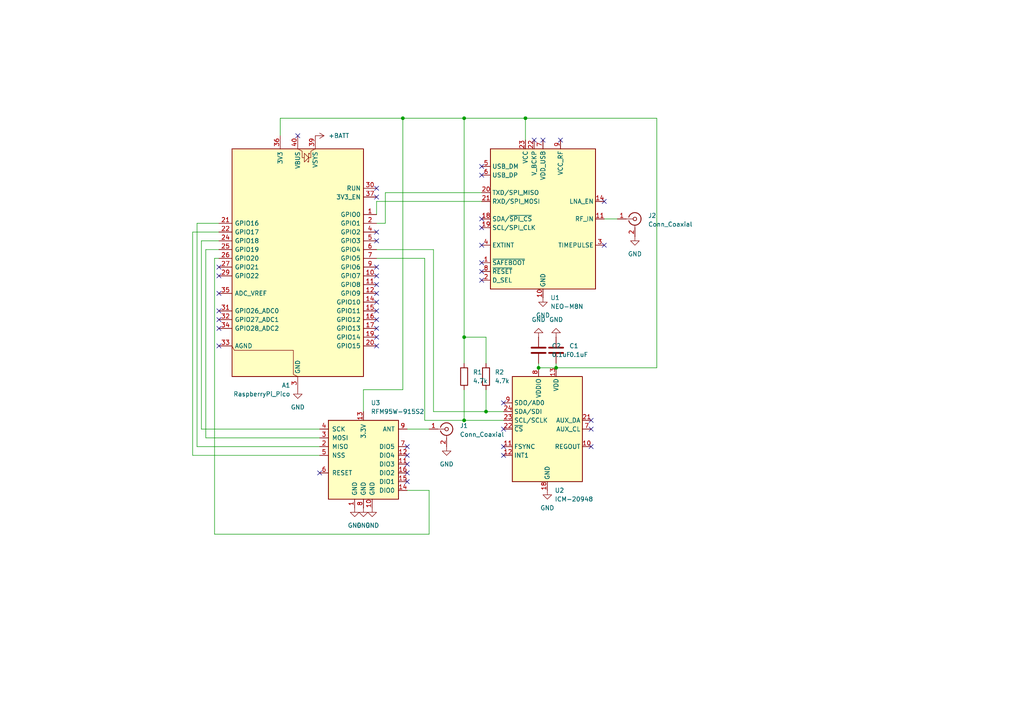
<source format=kicad_sch>
(kicad_sch
	(version 20250114)
	(generator "eeschema")
	(generator_version "9.0")
	(uuid "53ccf41f-cbd0-468d-91b3-a137c507adfb")
	(paper "A4")
	(lib_symbols
		(symbol "Connector:Conn_Coaxial"
			(pin_names
				(offset 1.016)
				(hide yes)
			)
			(exclude_from_sim no)
			(in_bom yes)
			(on_board yes)
			(property "Reference" "J"
				(at 0.254 3.048 0)
				(effects
					(font
						(size 1.27 1.27)
					)
				)
			)
			(property "Value" "Conn_Coaxial"
				(at 2.921 0 90)
				(effects
					(font
						(size 1.27 1.27)
					)
				)
			)
			(property "Footprint" ""
				(at 0 0 0)
				(effects
					(font
						(size 1.27 1.27)
					)
					(hide yes)
				)
			)
			(property "Datasheet" "~"
				(at 0 0 0)
				(effects
					(font
						(size 1.27 1.27)
					)
					(hide yes)
				)
			)
			(property "Description" "coaxial connector (BNC, SMA, SMB, SMC, Cinch/RCA, LEMO, ...)"
				(at 0 0 0)
				(effects
					(font
						(size 1.27 1.27)
					)
					(hide yes)
				)
			)
			(property "ki_keywords" "BNC SMA SMB SMC LEMO coaxial connector CINCH RCA MCX MMCX U.FL UMRF"
				(at 0 0 0)
				(effects
					(font
						(size 1.27 1.27)
					)
					(hide yes)
				)
			)
			(property "ki_fp_filters" "*BNC* *SMA* *SMB* *SMC* *Cinch* *LEMO* *UMRF* *MCX* *U.FL*"
				(at 0 0 0)
				(effects
					(font
						(size 1.27 1.27)
					)
					(hide yes)
				)
			)
			(symbol "Conn_Coaxial_0_1"
				(polyline
					(pts
						(xy -2.54 0) (xy -0.508 0)
					)
					(stroke
						(width 0)
						(type default)
					)
					(fill
						(type none)
					)
				)
				(arc
					(start 1.778 0)
					(mid 0.222 -1.8079)
					(end -1.778 -0.508)
					(stroke
						(width 0.254)
						(type default)
					)
					(fill
						(type none)
					)
				)
				(arc
					(start -1.778 0.508)
					(mid 0.2221 1.8084)
					(end 1.778 0)
					(stroke
						(width 0.254)
						(type default)
					)
					(fill
						(type none)
					)
				)
				(circle
					(center 0 0)
					(radius 0.508)
					(stroke
						(width 0.2032)
						(type default)
					)
					(fill
						(type none)
					)
				)
				(polyline
					(pts
						(xy 0 -2.54) (xy 0 -1.778)
					)
					(stroke
						(width 0)
						(type default)
					)
					(fill
						(type none)
					)
				)
			)
			(symbol "Conn_Coaxial_1_1"
				(pin passive line
					(at -5.08 0 0)
					(length 2.54)
					(name "In"
						(effects
							(font
								(size 1.27 1.27)
							)
						)
					)
					(number "1"
						(effects
							(font
								(size 1.27 1.27)
							)
						)
					)
				)
				(pin passive line
					(at 0 -5.08 90)
					(length 2.54)
					(name "Ext"
						(effects
							(font
								(size 1.27 1.27)
							)
						)
					)
					(number "2"
						(effects
							(font
								(size 1.27 1.27)
							)
						)
					)
				)
			)
			(embedded_fonts no)
		)
		(symbol "Device:C"
			(pin_numbers
				(hide yes)
			)
			(pin_names
				(offset 0.254)
			)
			(exclude_from_sim no)
			(in_bom yes)
			(on_board yes)
			(property "Reference" "C"
				(at 0.635 2.54 0)
				(effects
					(font
						(size 1.27 1.27)
					)
					(justify left)
				)
			)
			(property "Value" "C"
				(at 0.635 -2.54 0)
				(effects
					(font
						(size 1.27 1.27)
					)
					(justify left)
				)
			)
			(property "Footprint" ""
				(at 0.9652 -3.81 0)
				(effects
					(font
						(size 1.27 1.27)
					)
					(hide yes)
				)
			)
			(property "Datasheet" "~"
				(at 0 0 0)
				(effects
					(font
						(size 1.27 1.27)
					)
					(hide yes)
				)
			)
			(property "Description" "Unpolarized capacitor"
				(at 0 0 0)
				(effects
					(font
						(size 1.27 1.27)
					)
					(hide yes)
				)
			)
			(property "ki_keywords" "cap capacitor"
				(at 0 0 0)
				(effects
					(font
						(size 1.27 1.27)
					)
					(hide yes)
				)
			)
			(property "ki_fp_filters" "C_*"
				(at 0 0 0)
				(effects
					(font
						(size 1.27 1.27)
					)
					(hide yes)
				)
			)
			(symbol "C_0_1"
				(polyline
					(pts
						(xy -2.032 0.762) (xy 2.032 0.762)
					)
					(stroke
						(width 0.508)
						(type default)
					)
					(fill
						(type none)
					)
				)
				(polyline
					(pts
						(xy -2.032 -0.762) (xy 2.032 -0.762)
					)
					(stroke
						(width 0.508)
						(type default)
					)
					(fill
						(type none)
					)
				)
			)
			(symbol "C_1_1"
				(pin passive line
					(at 0 3.81 270)
					(length 2.794)
					(name "~"
						(effects
							(font
								(size 1.27 1.27)
							)
						)
					)
					(number "1"
						(effects
							(font
								(size 1.27 1.27)
							)
						)
					)
				)
				(pin passive line
					(at 0 -3.81 90)
					(length 2.794)
					(name "~"
						(effects
							(font
								(size 1.27 1.27)
							)
						)
					)
					(number "2"
						(effects
							(font
								(size 1.27 1.27)
							)
						)
					)
				)
			)
			(embedded_fonts no)
		)
		(symbol "Device:R"
			(pin_numbers
				(hide yes)
			)
			(pin_names
				(offset 0)
			)
			(exclude_from_sim no)
			(in_bom yes)
			(on_board yes)
			(property "Reference" "R"
				(at 2.032 0 90)
				(effects
					(font
						(size 1.27 1.27)
					)
				)
			)
			(property "Value" "R"
				(at 0 0 90)
				(effects
					(font
						(size 1.27 1.27)
					)
				)
			)
			(property "Footprint" ""
				(at -1.778 0 90)
				(effects
					(font
						(size 1.27 1.27)
					)
					(hide yes)
				)
			)
			(property "Datasheet" "~"
				(at 0 0 0)
				(effects
					(font
						(size 1.27 1.27)
					)
					(hide yes)
				)
			)
			(property "Description" "Resistor"
				(at 0 0 0)
				(effects
					(font
						(size 1.27 1.27)
					)
					(hide yes)
				)
			)
			(property "ki_keywords" "R res resistor"
				(at 0 0 0)
				(effects
					(font
						(size 1.27 1.27)
					)
					(hide yes)
				)
			)
			(property "ki_fp_filters" "R_*"
				(at 0 0 0)
				(effects
					(font
						(size 1.27 1.27)
					)
					(hide yes)
				)
			)
			(symbol "R_0_1"
				(rectangle
					(start -1.016 -2.54)
					(end 1.016 2.54)
					(stroke
						(width 0.254)
						(type default)
					)
					(fill
						(type none)
					)
				)
			)
			(symbol "R_1_1"
				(pin passive line
					(at 0 3.81 270)
					(length 1.27)
					(name "~"
						(effects
							(font
								(size 1.27 1.27)
							)
						)
					)
					(number "1"
						(effects
							(font
								(size 1.27 1.27)
							)
						)
					)
				)
				(pin passive line
					(at 0 -3.81 90)
					(length 1.27)
					(name "~"
						(effects
							(font
								(size 1.27 1.27)
							)
						)
					)
					(number "2"
						(effects
							(font
								(size 1.27 1.27)
							)
						)
					)
				)
			)
			(embedded_fonts no)
		)
		(symbol "MCU_Module:RaspberryPi_Pico"
			(pin_names
				(offset 0.762)
			)
			(exclude_from_sim no)
			(in_bom yes)
			(on_board yes)
			(property "Reference" "A"
				(at -19.05 35.56 0)
				(effects
					(font
						(size 1.27 1.27)
					)
					(justify left)
				)
			)
			(property "Value" "RaspberryPi_Pico"
				(at 7.62 35.56 0)
				(effects
					(font
						(size 1.27 1.27)
					)
					(justify left)
				)
			)
			(property "Footprint" "Module:RaspberryPi_Pico_Common_Unspecified"
				(at 0 -46.99 0)
				(effects
					(font
						(size 1.27 1.27)
					)
					(hide yes)
				)
			)
			(property "Datasheet" "https://datasheets.raspberrypi.com/pico/pico-datasheet.pdf"
				(at 0 -49.53 0)
				(effects
					(font
						(size 1.27 1.27)
					)
					(hide yes)
				)
			)
			(property "Description" "Versatile and inexpensive microcontroller module powered by RP2040 dual-core Arm Cortex-M0+ processor up to 133 MHz, 264kB SRAM, 2MB QSPI flash; also supports Raspberry Pi Pico 2"
				(at 0 -52.07 0)
				(effects
					(font
						(size 1.27 1.27)
					)
					(hide yes)
				)
			)
			(property "ki_keywords" "RP2350A M33 RISC-V Hazard3 usb"
				(at 0 0 0)
				(effects
					(font
						(size 1.27 1.27)
					)
					(hide yes)
				)
			)
			(property "ki_fp_filters" "RaspberryPi?Pico?Common* RaspberryPi?Pico?SMD*"
				(at 0 0 0)
				(effects
					(font
						(size 1.27 1.27)
					)
					(hide yes)
				)
			)
			(symbol "RaspberryPi_Pico_0_1"
				(rectangle
					(start -19.05 34.29)
					(end 19.05 -31.75)
					(stroke
						(width 0.254)
						(type default)
					)
					(fill
						(type background)
					)
				)
				(polyline
					(pts
						(xy -5.08 34.29) (xy -3.81 33.655) (xy -3.81 31.75) (xy -3.175 31.75)
					)
					(stroke
						(width 0)
						(type default)
					)
					(fill
						(type none)
					)
				)
				(polyline
					(pts
						(xy -3.429 32.766) (xy -3.429 33.02) (xy -3.175 33.02) (xy -3.175 30.48) (xy -2.921 30.48) (xy -2.921 30.734)
					)
					(stroke
						(width 0)
						(type default)
					)
					(fill
						(type none)
					)
				)
				(polyline
					(pts
						(xy -3.175 31.75) (xy -1.905 33.02) (xy -1.905 30.48) (xy -3.175 31.75)
					)
					(stroke
						(width 0)
						(type default)
					)
					(fill
						(type none)
					)
				)
				(polyline
					(pts
						(xy 0 34.29) (xy -1.27 33.655) (xy -1.27 31.75) (xy -1.905 31.75)
					)
					(stroke
						(width 0)
						(type default)
					)
					(fill
						(type none)
					)
				)
				(polyline
					(pts
						(xy 0 -31.75) (xy 1.27 -31.115) (xy 1.27 -24.13) (xy 18.415 -24.13) (xy 19.05 -22.86)
					)
					(stroke
						(width 0)
						(type default)
					)
					(fill
						(type none)
					)
				)
			)
			(symbol "RaspberryPi_Pico_1_1"
				(pin passive line
					(at -22.86 22.86 0)
					(length 3.81)
					(name "RUN"
						(effects
							(font
								(size 1.27 1.27)
							)
						)
					)
					(number "30"
						(effects
							(font
								(size 1.27 1.27)
							)
						)
					)
					(alternate "~{RESET}" passive line)
				)
				(pin passive line
					(at -22.86 20.32 0)
					(length 3.81)
					(name "3V3_EN"
						(effects
							(font
								(size 1.27 1.27)
							)
						)
					)
					(number "37"
						(effects
							(font
								(size 1.27 1.27)
							)
						)
					)
					(alternate "~{3V3_DISABLE}" passive line)
				)
				(pin bidirectional line
					(at -22.86 15.24 0)
					(length 3.81)
					(name "GPIO0"
						(effects
							(font
								(size 1.27 1.27)
							)
						)
					)
					(number "1"
						(effects
							(font
								(size 1.27 1.27)
							)
						)
					)
					(alternate "I2C0_SDA" bidirectional line)
					(alternate "PWM0_A" output line)
					(alternate "SPI0_RX" input line)
					(alternate "UART0_TX" output line)
					(alternate "USB_OVCUR_DET" input line)
				)
				(pin bidirectional line
					(at -22.86 12.7 0)
					(length 3.81)
					(name "GPIO1"
						(effects
							(font
								(size 1.27 1.27)
							)
						)
					)
					(number "2"
						(effects
							(font
								(size 1.27 1.27)
							)
						)
					)
					(alternate "I2C0_SCL" bidirectional clock)
					(alternate "PWM0_B" bidirectional line)
					(alternate "UART0_RX" input line)
					(alternate "USB_VBUS_DET" passive line)
					(alternate "~{SPI0_CSn}" bidirectional line)
				)
				(pin bidirectional line
					(at -22.86 10.16 0)
					(length 3.81)
					(name "GPIO2"
						(effects
							(font
								(size 1.27 1.27)
							)
						)
					)
					(number "4"
						(effects
							(font
								(size 1.27 1.27)
							)
						)
					)
					(alternate "I2C1_SDA" bidirectional line)
					(alternate "PWM1_A" output line)
					(alternate "SPI0_SCK" bidirectional clock)
					(alternate "UART0_CTS" input line)
					(alternate "USB_VBUS_EN" output line)
				)
				(pin bidirectional line
					(at -22.86 7.62 0)
					(length 3.81)
					(name "GPIO3"
						(effects
							(font
								(size 1.27 1.27)
							)
						)
					)
					(number "5"
						(effects
							(font
								(size 1.27 1.27)
							)
						)
					)
					(alternate "I2C1_SCL" bidirectional clock)
					(alternate "PWM1_B" bidirectional line)
					(alternate "SPI0_TX" output line)
					(alternate "UART0_RTS" output line)
					(alternate "USB_OVCUR_DET" input line)
				)
				(pin bidirectional line
					(at -22.86 5.08 0)
					(length 3.81)
					(name "GPIO4"
						(effects
							(font
								(size 1.27 1.27)
							)
						)
					)
					(number "6"
						(effects
							(font
								(size 1.27 1.27)
							)
						)
					)
					(alternate "I2C0_SDA" bidirectional line)
					(alternate "PWM2_A" output line)
					(alternate "SPI0_RX" input line)
					(alternate "UART1_TX" output line)
					(alternate "USB_VBUS_DET" input line)
				)
				(pin bidirectional line
					(at -22.86 2.54 0)
					(length 3.81)
					(name "GPIO5"
						(effects
							(font
								(size 1.27 1.27)
							)
						)
					)
					(number "7"
						(effects
							(font
								(size 1.27 1.27)
							)
						)
					)
					(alternate "I2C0_SCL" bidirectional clock)
					(alternate "PWM2_B" bidirectional line)
					(alternate "UART1_RX" input line)
					(alternate "USB_VBUS_EN" output line)
					(alternate "~{SPI0_CSn}" bidirectional line)
				)
				(pin bidirectional line
					(at -22.86 0 0)
					(length 3.81)
					(name "GPIO6"
						(effects
							(font
								(size 1.27 1.27)
							)
						)
					)
					(number "9"
						(effects
							(font
								(size 1.27 1.27)
							)
						)
					)
					(alternate "I2C1_SDA" bidirectional line)
					(alternate "PWM3_A" output line)
					(alternate "SPI0_SCK" bidirectional clock)
					(alternate "UART1_CTS" input line)
					(alternate "USB_OVCUR_DET" input line)
				)
				(pin bidirectional line
					(at -22.86 -2.54 0)
					(length 3.81)
					(name "GPIO7"
						(effects
							(font
								(size 1.27 1.27)
							)
						)
					)
					(number "10"
						(effects
							(font
								(size 1.27 1.27)
							)
						)
					)
					(alternate "I2C1_SCL" bidirectional clock)
					(alternate "PWM3_B" bidirectional line)
					(alternate "SPI0_TX" output line)
					(alternate "UART1_RTS" output line)
					(alternate "USB_VBUS_DET" input line)
				)
				(pin bidirectional line
					(at -22.86 -5.08 0)
					(length 3.81)
					(name "GPIO8"
						(effects
							(font
								(size 1.27 1.27)
							)
						)
					)
					(number "11"
						(effects
							(font
								(size 1.27 1.27)
							)
						)
					)
					(alternate "I2C0_SDA" bidirectional line)
					(alternate "PWM4_A" output line)
					(alternate "SPI1_RX" input line)
					(alternate "UART1_TX" output line)
					(alternate "USB_VBUS_EN" output line)
				)
				(pin bidirectional line
					(at -22.86 -7.62 0)
					(length 3.81)
					(name "GPIO9"
						(effects
							(font
								(size 1.27 1.27)
							)
						)
					)
					(number "12"
						(effects
							(font
								(size 1.27 1.27)
							)
						)
					)
					(alternate "I2C0_SCL" bidirectional clock)
					(alternate "PWM4_B" bidirectional line)
					(alternate "UART1_RX" input line)
					(alternate "USB_OVCUR_DET" input line)
					(alternate "~{SPI1_CSn}" bidirectional line)
				)
				(pin bidirectional line
					(at -22.86 -10.16 0)
					(length 3.81)
					(name "GPIO10"
						(effects
							(font
								(size 1.27 1.27)
							)
						)
					)
					(number "14"
						(effects
							(font
								(size 1.27 1.27)
							)
						)
					)
					(alternate "I2C1_SDA" bidirectional line)
					(alternate "PWM5_A" output line)
					(alternate "SPI1_SCK" bidirectional clock)
					(alternate "UART1_CTS" input line)
					(alternate "USB_VBUS_DET" input line)
				)
				(pin bidirectional line
					(at -22.86 -12.7 0)
					(length 3.81)
					(name "GPIO11"
						(effects
							(font
								(size 1.27 1.27)
							)
						)
					)
					(number "15"
						(effects
							(font
								(size 1.27 1.27)
							)
						)
					)
					(alternate "I2C1_SCL" bidirectional clock)
					(alternate "PWM5_B" bidirectional line)
					(alternate "SPI1_TX" output line)
					(alternate "UART1_RTS" output line)
					(alternate "USB_VBUS_EN" output line)
				)
				(pin bidirectional line
					(at -22.86 -15.24 0)
					(length 3.81)
					(name "GPIO12"
						(effects
							(font
								(size 1.27 1.27)
							)
						)
					)
					(number "16"
						(effects
							(font
								(size 1.27 1.27)
							)
						)
					)
					(alternate "I2C0_SDA" bidirectional line)
					(alternate "PWM6_A" output line)
					(alternate "SPI1_RX" input line)
					(alternate "UART0_TX" output line)
					(alternate "USB_OVCUR_DET" input line)
				)
				(pin bidirectional line
					(at -22.86 -17.78 0)
					(length 3.81)
					(name "GPIO13"
						(effects
							(font
								(size 1.27 1.27)
							)
						)
					)
					(number "17"
						(effects
							(font
								(size 1.27 1.27)
							)
						)
					)
					(alternate "I2C0_SCL" bidirectional clock)
					(alternate "PWM6_B" bidirectional line)
					(alternate "UART0_RX" input line)
					(alternate "USB_VBUS_DET" input line)
					(alternate "~{SPI1_CSn}" bidirectional line)
				)
				(pin bidirectional line
					(at -22.86 -20.32 0)
					(length 3.81)
					(name "GPIO14"
						(effects
							(font
								(size 1.27 1.27)
							)
						)
					)
					(number "19"
						(effects
							(font
								(size 1.27 1.27)
							)
						)
					)
					(alternate "I2C1_SDA" bidirectional line)
					(alternate "PWM7_A" output line)
					(alternate "SPI1_SCK" bidirectional clock)
					(alternate "UART0_CTS" input line)
					(alternate "USB_VBUS_EN" output line)
				)
				(pin bidirectional line
					(at -22.86 -22.86 0)
					(length 3.81)
					(name "GPIO15"
						(effects
							(font
								(size 1.27 1.27)
							)
						)
					)
					(number "20"
						(effects
							(font
								(size 1.27 1.27)
							)
						)
					)
					(alternate "I2C1_SCL" bidirectional clock)
					(alternate "PWM7_B" bidirectional line)
					(alternate "SPI1_TX" output line)
					(alternate "UART0_RTS" output line)
					(alternate "USB_OVCUR_DET" input line)
				)
				(pin power_in line
					(at -5.08 38.1 270)
					(length 3.81)
					(name "VSYS"
						(effects
							(font
								(size 1.27 1.27)
							)
						)
					)
					(number "39"
						(effects
							(font
								(size 1.27 1.27)
							)
						)
					)
					(alternate "VSYS_OUT" power_out line)
				)
				(pin power_out line
					(at 0 38.1 270)
					(length 3.81)
					(name "VBUS"
						(effects
							(font
								(size 1.27 1.27)
							)
						)
					)
					(number "40"
						(effects
							(font
								(size 1.27 1.27)
							)
						)
					)
					(alternate "VBUS_IN" power_in line)
				)
				(pin passive line
					(at 0 -35.56 90)
					(length 3.81)
					(hide yes)
					(name "GND"
						(effects
							(font
								(size 1.27 1.27)
							)
						)
					)
					(number "13"
						(effects
							(font
								(size 1.27 1.27)
							)
						)
					)
				)
				(pin passive line
					(at 0 -35.56 90)
					(length 3.81)
					(hide yes)
					(name "GND"
						(effects
							(font
								(size 1.27 1.27)
							)
						)
					)
					(number "18"
						(effects
							(font
								(size 1.27 1.27)
							)
						)
					)
				)
				(pin passive line
					(at 0 -35.56 90)
					(length 3.81)
					(hide yes)
					(name "GND"
						(effects
							(font
								(size 1.27 1.27)
							)
						)
					)
					(number "23"
						(effects
							(font
								(size 1.27 1.27)
							)
						)
					)
				)
				(pin passive line
					(at 0 -35.56 90)
					(length 3.81)
					(hide yes)
					(name "GND"
						(effects
							(font
								(size 1.27 1.27)
							)
						)
					)
					(number "28"
						(effects
							(font
								(size 1.27 1.27)
							)
						)
					)
				)
				(pin power_out line
					(at 0 -35.56 90)
					(length 3.81)
					(name "GND"
						(effects
							(font
								(size 1.27 1.27)
							)
						)
					)
					(number "3"
						(effects
							(font
								(size 1.27 1.27)
							)
						)
					)
					(alternate "GND_IN" power_in line)
				)
				(pin passive line
					(at 0 -35.56 90)
					(length 3.81)
					(hide yes)
					(name "GND"
						(effects
							(font
								(size 1.27 1.27)
							)
						)
					)
					(number "38"
						(effects
							(font
								(size 1.27 1.27)
							)
						)
					)
				)
				(pin passive line
					(at 0 -35.56 90)
					(length 3.81)
					(hide yes)
					(name "GND"
						(effects
							(font
								(size 1.27 1.27)
							)
						)
					)
					(number "8"
						(effects
							(font
								(size 1.27 1.27)
							)
						)
					)
				)
				(pin power_out line
					(at 5.08 38.1 270)
					(length 3.81)
					(name "3V3"
						(effects
							(font
								(size 1.27 1.27)
							)
						)
					)
					(number "36"
						(effects
							(font
								(size 1.27 1.27)
							)
						)
					)
				)
				(pin bidirectional line
					(at 22.86 12.7 180)
					(length 3.81)
					(name "GPIO16"
						(effects
							(font
								(size 1.27 1.27)
							)
						)
					)
					(number "21"
						(effects
							(font
								(size 1.27 1.27)
							)
						)
					)
					(alternate "I2C0_SDA" bidirectional line)
					(alternate "PWM0_A" output line)
					(alternate "SPI0_RX" input line)
					(alternate "UART0_TX" output line)
					(alternate "USB_VBUS_DET" input line)
				)
				(pin bidirectional line
					(at 22.86 10.16 180)
					(length 3.81)
					(name "GPIO17"
						(effects
							(font
								(size 1.27 1.27)
							)
						)
					)
					(number "22"
						(effects
							(font
								(size 1.27 1.27)
							)
						)
					)
					(alternate "I2C0_SCL" bidirectional clock)
					(alternate "PWM0_B" bidirectional line)
					(alternate "UART0_RX" input line)
					(alternate "USB_VBUS_EN" output line)
					(alternate "~{SPI0_CSn}" bidirectional line)
				)
				(pin bidirectional line
					(at 22.86 7.62 180)
					(length 3.81)
					(name "GPIO18"
						(effects
							(font
								(size 1.27 1.27)
							)
						)
					)
					(number "24"
						(effects
							(font
								(size 1.27 1.27)
							)
						)
					)
					(alternate "I2C1_SDA" bidirectional line)
					(alternate "PWM1_A" output line)
					(alternate "SPI0_SCK" bidirectional clock)
					(alternate "UART0_CTS" input line)
					(alternate "USB_OVCUR_DET" input line)
				)
				(pin bidirectional line
					(at 22.86 5.08 180)
					(length 3.81)
					(name "GPIO19"
						(effects
							(font
								(size 1.27 1.27)
							)
						)
					)
					(number "25"
						(effects
							(font
								(size 1.27 1.27)
							)
						)
					)
					(alternate "I2C1_SCL" bidirectional clock)
					(alternate "PWM1_B" bidirectional line)
					(alternate "SPI0_TX" output line)
					(alternate "UART0_RTS" output line)
					(alternate "USB_VBUS_DET" input line)
				)
				(pin bidirectional line
					(at 22.86 2.54 180)
					(length 3.81)
					(name "GPIO20"
						(effects
							(font
								(size 1.27 1.27)
							)
						)
					)
					(number "26"
						(effects
							(font
								(size 1.27 1.27)
							)
						)
					)
					(alternate "CLOCK_GPIN0" input clock)
					(alternate "I2C0_SDA" bidirectional line)
					(alternate "PWM2_A" output line)
					(alternate "SPI0_RX" input line)
					(alternate "UART1_TX" output line)
					(alternate "USB_VBUS_EN" output line)
				)
				(pin bidirectional line
					(at 22.86 0 180)
					(length 3.81)
					(name "GPIO21"
						(effects
							(font
								(size 1.27 1.27)
							)
						)
					)
					(number "27"
						(effects
							(font
								(size 1.27 1.27)
							)
						)
					)
					(alternate "CLOCK_GPOUT0" output clock)
					(alternate "I2C0_SCL" bidirectional clock)
					(alternate "PWM2_B" bidirectional line)
					(alternate "UART1_RX" input line)
					(alternate "USB_OVCUR_DET" input line)
					(alternate "~{SPI0_CSn}" bidirectional line)
				)
				(pin bidirectional line
					(at 22.86 -2.54 180)
					(length 3.81)
					(name "GPIO22"
						(effects
							(font
								(size 1.27 1.27)
							)
						)
					)
					(number "29"
						(effects
							(font
								(size 1.27 1.27)
							)
						)
					)
					(alternate "CLOCK_GPIN1" input clock)
					(alternate "I2C1_SDA" bidirectional line)
					(alternate "PWM3_A" output line)
					(alternate "SPI0_SCK" bidirectional clock)
					(alternate "UART1_CTS" input line)
					(alternate "USB_VBUS_DET" input line)
				)
				(pin power_in line
					(at 22.86 -7.62 180)
					(length 3.81)
					(name "ADC_VREF"
						(effects
							(font
								(size 1.27 1.27)
							)
						)
					)
					(number "35"
						(effects
							(font
								(size 1.27 1.27)
							)
						)
					)
				)
				(pin bidirectional line
					(at 22.86 -12.7 180)
					(length 3.81)
					(name "GPIO26_ADC0"
						(effects
							(font
								(size 1.27 1.27)
							)
						)
					)
					(number "31"
						(effects
							(font
								(size 1.27 1.27)
							)
						)
					)
					(alternate "ADC0" input line)
					(alternate "GPIO26" bidirectional line)
					(alternate "I2C1_SDA" bidirectional line)
					(alternate "PWM5_A" output line)
					(alternate "SPI1_SCK" bidirectional clock)
					(alternate "UART1_CTS" input line)
					(alternate "USB_VBUS_EN" output line)
				)
				(pin bidirectional line
					(at 22.86 -15.24 180)
					(length 3.81)
					(name "GPIO27_ADC1"
						(effects
							(font
								(size 1.27 1.27)
							)
						)
					)
					(number "32"
						(effects
							(font
								(size 1.27 1.27)
							)
						)
					)
					(alternate "ADC1" input line)
					(alternate "GPIO27" bidirectional line)
					(alternate "I2C1_SCL" bidirectional clock)
					(alternate "PWM5_B" bidirectional line)
					(alternate "SPI1_TX" output line)
					(alternate "UART1_RTS" output line)
					(alternate "USB_OVCUR_DET" input line)
				)
				(pin bidirectional line
					(at 22.86 -17.78 180)
					(length 3.81)
					(name "GPIO28_ADC2"
						(effects
							(font
								(size 1.27 1.27)
							)
						)
					)
					(number "34"
						(effects
							(font
								(size 1.27 1.27)
							)
						)
					)
					(alternate "ADC2" input line)
					(alternate "GPIO28" bidirectional line)
					(alternate "I2C0_SDA" bidirectional line)
					(alternate "PWM6_A" output line)
					(alternate "SPI1_RX" input line)
					(alternate "UART0_TX" output line)
					(alternate "USB_VBUS_DET" input line)
				)
				(pin power_out line
					(at 22.86 -22.86 180)
					(length 3.81)
					(name "AGND"
						(effects
							(font
								(size 1.27 1.27)
							)
						)
					)
					(number "33"
						(effects
							(font
								(size 1.27 1.27)
							)
						)
					)
					(alternate "GND" passive line)
				)
			)
			(embedded_fonts no)
		)
		(symbol "RF_GPS:NEO-M8N"
			(exclude_from_sim no)
			(in_bom yes)
			(on_board yes)
			(property "Reference" "U"
				(at -13.97 21.59 0)
				(effects
					(font
						(size 1.27 1.27)
					)
				)
			)
			(property "Value" "NEO-M8N"
				(at 11.43 21.59 0)
				(effects
					(font
						(size 1.27 1.27)
					)
				)
			)
			(property "Footprint" "RF_GPS:ublox_NEO"
				(at 10.16 -21.59 0)
				(effects
					(font
						(size 1.27 1.27)
					)
					(hide yes)
				)
			)
			(property "Datasheet" "https://content.u-blox.com/sites/default/files/NEO-M8-FW3_DataSheet_UBX-15031086.pdf"
				(at 0 0 0)
				(effects
					(font
						(size 1.27 1.27)
					)
					(hide yes)
				)
			)
			(property "Description" "GNSS Module NEO M8, VCC 2.7V to 3.6V"
				(at 0 0 0)
				(effects
					(font
						(size 1.27 1.27)
					)
					(hide yes)
				)
			)
			(property "ki_keywords" "ublox GPS GNSS module"
				(at 0 0 0)
				(effects
					(font
						(size 1.27 1.27)
					)
					(hide yes)
				)
			)
			(property "ki_fp_filters" "ublox*NEO*"
				(at 0 0 0)
				(effects
					(font
						(size 1.27 1.27)
					)
					(hide yes)
				)
			)
			(symbol "NEO-M8N_0_1"
				(rectangle
					(start -15.24 20.32)
					(end 15.24 -20.32)
					(stroke
						(width 0.254)
						(type default)
					)
					(fill
						(type background)
					)
				)
			)
			(symbol "NEO-M8N_1_1"
				(pin bidirectional line
					(at -17.78 15.24 0)
					(length 2.54)
					(name "USB_DM"
						(effects
							(font
								(size 1.27 1.27)
							)
						)
					)
					(number "5"
						(effects
							(font
								(size 1.27 1.27)
							)
						)
					)
				)
				(pin bidirectional line
					(at -17.78 12.7 0)
					(length 2.54)
					(name "USB_DP"
						(effects
							(font
								(size 1.27 1.27)
							)
						)
					)
					(number "6"
						(effects
							(font
								(size 1.27 1.27)
							)
						)
					)
				)
				(pin output line
					(at -17.78 7.62 0)
					(length 2.54)
					(name "TXD/SPI_MISO"
						(effects
							(font
								(size 1.27 1.27)
							)
						)
					)
					(number "20"
						(effects
							(font
								(size 1.27 1.27)
							)
						)
					)
				)
				(pin input line
					(at -17.78 5.08 0)
					(length 2.54)
					(name "RXD/SPI_MOSI"
						(effects
							(font
								(size 1.27 1.27)
							)
						)
					)
					(number "21"
						(effects
							(font
								(size 1.27 1.27)
							)
						)
					)
				)
				(pin bidirectional line
					(at -17.78 0 0)
					(length 2.54)
					(name "SDA/~{SPI_CS}"
						(effects
							(font
								(size 1.27 1.27)
							)
						)
					)
					(number "18"
						(effects
							(font
								(size 1.27 1.27)
							)
						)
					)
				)
				(pin input line
					(at -17.78 -2.54 0)
					(length 2.54)
					(name "SCL/SPI_CLK"
						(effects
							(font
								(size 1.27 1.27)
							)
						)
					)
					(number "19"
						(effects
							(font
								(size 1.27 1.27)
							)
						)
					)
				)
				(pin input line
					(at -17.78 -7.62 0)
					(length 2.54)
					(name "EXTINT"
						(effects
							(font
								(size 1.27 1.27)
							)
						)
					)
					(number "4"
						(effects
							(font
								(size 1.27 1.27)
							)
						)
					)
				)
				(pin input line
					(at -17.78 -12.7 0)
					(length 2.54)
					(name "~{SAFEBOOT}"
						(effects
							(font
								(size 1.27 1.27)
							)
						)
					)
					(number "1"
						(effects
							(font
								(size 1.27 1.27)
							)
						)
					)
				)
				(pin input line
					(at -17.78 -15.24 0)
					(length 2.54)
					(name "~{RESET}"
						(effects
							(font
								(size 1.27 1.27)
							)
						)
					)
					(number "8"
						(effects
							(font
								(size 1.27 1.27)
							)
						)
					)
				)
				(pin input line
					(at -17.78 -17.78 0)
					(length 2.54)
					(name "D_SEL"
						(effects
							(font
								(size 1.27 1.27)
							)
						)
					)
					(number "2"
						(effects
							(font
								(size 1.27 1.27)
							)
						)
					)
				)
				(pin power_in line
					(at -5.08 22.86 270)
					(length 2.54)
					(name "VCC"
						(effects
							(font
								(size 1.27 1.27)
							)
						)
					)
					(number "23"
						(effects
							(font
								(size 1.27 1.27)
							)
						)
					)
				)
				(pin power_in line
					(at -2.54 22.86 270)
					(length 2.54)
					(name "V_BCKP"
						(effects
							(font
								(size 1.27 1.27)
							)
						)
					)
					(number "22"
						(effects
							(font
								(size 1.27 1.27)
							)
						)
					)
				)
				(pin power_in line
					(at 0 22.86 270)
					(length 2.54)
					(name "VDD_USB"
						(effects
							(font
								(size 1.27 1.27)
							)
						)
					)
					(number "7"
						(effects
							(font
								(size 1.27 1.27)
							)
						)
					)
				)
				(pin power_in line
					(at 0 -22.86 90)
					(length 2.54)
					(name "GND"
						(effects
							(font
								(size 1.27 1.27)
							)
						)
					)
					(number "10"
						(effects
							(font
								(size 1.27 1.27)
							)
						)
					)
				)
				(pin passive line
					(at 0 -22.86 90)
					(length 2.54)
					(hide yes)
					(name "GND"
						(effects
							(font
								(size 1.27 1.27)
							)
						)
					)
					(number "12"
						(effects
							(font
								(size 1.27 1.27)
							)
						)
					)
				)
				(pin passive line
					(at 0 -22.86 90)
					(length 2.54)
					(hide yes)
					(name "GND"
						(effects
							(font
								(size 1.27 1.27)
							)
						)
					)
					(number "13"
						(effects
							(font
								(size 1.27 1.27)
							)
						)
					)
				)
				(pin passive line
					(at 0 -22.86 90)
					(length 2.54)
					(hide yes)
					(name "GND"
						(effects
							(font
								(size 1.27 1.27)
							)
						)
					)
					(number "24"
						(effects
							(font
								(size 1.27 1.27)
							)
						)
					)
				)
				(pin power_out line
					(at 5.08 22.86 270)
					(length 2.54)
					(name "VCC_RF"
						(effects
							(font
								(size 1.27 1.27)
							)
						)
					)
					(number "9"
						(effects
							(font
								(size 1.27 1.27)
							)
						)
					)
				)
				(pin no_connect line
					(at 15.24 -10.16 180)
					(length 2.54)
					(hide yes)
					(name "RESERVED"
						(effects
							(font
								(size 1.27 1.27)
							)
						)
					)
					(number "15"
						(effects
							(font
								(size 1.27 1.27)
							)
						)
					)
				)
				(pin no_connect line
					(at 15.24 -12.7 180)
					(length 2.54)
					(hide yes)
					(name "RESERVED"
						(effects
							(font
								(size 1.27 1.27)
							)
						)
					)
					(number "16"
						(effects
							(font
								(size 1.27 1.27)
							)
						)
					)
				)
				(pin no_connect line
					(at 15.24 -15.24 180)
					(length 2.54)
					(hide yes)
					(name "RESERVED"
						(effects
							(font
								(size 1.27 1.27)
							)
						)
					)
					(number "17"
						(effects
							(font
								(size 1.27 1.27)
							)
						)
					)
				)
				(pin output line
					(at 17.78 5.08 180)
					(length 2.54)
					(name "LNA_EN"
						(effects
							(font
								(size 1.27 1.27)
							)
						)
					)
					(number "14"
						(effects
							(font
								(size 1.27 1.27)
							)
						)
					)
				)
				(pin input line
					(at 17.78 0 180)
					(length 2.54)
					(name "RF_IN"
						(effects
							(font
								(size 1.27 1.27)
							)
						)
					)
					(number "11"
						(effects
							(font
								(size 1.27 1.27)
							)
						)
					)
				)
				(pin output line
					(at 17.78 -7.62 180)
					(length 2.54)
					(name "TIMEPULSE"
						(effects
							(font
								(size 1.27 1.27)
							)
						)
					)
					(number "3"
						(effects
							(font
								(size 1.27 1.27)
							)
						)
					)
				)
			)
			(embedded_fonts no)
		)
		(symbol "RF_Module:RFM95W-915S2"
			(pin_names
				(offset 1.016)
			)
			(exclude_from_sim no)
			(in_bom yes)
			(on_board yes)
			(property "Reference" "U"
				(at -10.414 11.684 0)
				(effects
					(font
						(size 1.27 1.27)
					)
					(justify left)
				)
			)
			(property "Value" "RFM95W-915S2"
				(at 1.524 11.43 0)
				(effects
					(font
						(size 1.27 1.27)
					)
					(justify left)
				)
			)
			(property "Footprint" ""
				(at -83.82 41.91 0)
				(effects
					(font
						(size 1.27 1.27)
					)
					(hide yes)
				)
			)
			(property "Datasheet" "https://www.hoperf.com/data/upload/portal/20181127/5bfcbea20e9ef.pdf"
				(at -83.82 41.91 0)
				(effects
					(font
						(size 1.27 1.27)
					)
					(hide yes)
				)
			)
			(property "Description" "Low power long range transceiver module, SPI and parallel interface, 915 MHz, spreading factor 6 to12, bandwidth 7.8 to 500kHz, -111 to -148 dBm, SMD-16, DIP-16"
				(at 0 0 0)
				(effects
					(font
						(size 1.27 1.27)
					)
					(hide yes)
				)
			)
			(property "ki_keywords" "Low power long range transceiver module"
				(at 0 0 0)
				(effects
					(font
						(size 1.27 1.27)
					)
					(hide yes)
				)
			)
			(property "ki_fp_filters" "HOPERF*RFM9XW*"
				(at 0 0 0)
				(effects
					(font
						(size 1.27 1.27)
					)
					(hide yes)
				)
			)
			(symbol "RFM95W-915S2_0_1"
				(rectangle
					(start -10.16 10.16)
					(end 10.16 -12.7)
					(stroke
						(width 0.254)
						(type default)
					)
					(fill
						(type background)
					)
				)
			)
			(symbol "RFM95W-915S2_1_1"
				(pin input line
					(at -12.7 7.62 0)
					(length 2.54)
					(name "SCK"
						(effects
							(font
								(size 1.27 1.27)
							)
						)
					)
					(number "4"
						(effects
							(font
								(size 1.27 1.27)
							)
						)
					)
				)
				(pin input line
					(at -12.7 5.08 0)
					(length 2.54)
					(name "MOSI"
						(effects
							(font
								(size 1.27 1.27)
							)
						)
					)
					(number "3"
						(effects
							(font
								(size 1.27 1.27)
							)
						)
					)
				)
				(pin output line
					(at -12.7 2.54 0)
					(length 2.54)
					(name "MISO"
						(effects
							(font
								(size 1.27 1.27)
							)
						)
					)
					(number "2"
						(effects
							(font
								(size 1.27 1.27)
							)
						)
					)
				)
				(pin input line
					(at -12.7 0 0)
					(length 2.54)
					(name "NSS"
						(effects
							(font
								(size 1.27 1.27)
							)
						)
					)
					(number "5"
						(effects
							(font
								(size 1.27 1.27)
							)
						)
					)
				)
				(pin bidirectional line
					(at -12.7 -5.08 0)
					(length 2.54)
					(name "RESET"
						(effects
							(font
								(size 1.27 1.27)
							)
						)
					)
					(number "6"
						(effects
							(font
								(size 1.27 1.27)
							)
						)
					)
				)
				(pin power_in line
					(at -2.54 -15.24 90)
					(length 2.54)
					(name "GND"
						(effects
							(font
								(size 1.27 1.27)
							)
						)
					)
					(number "1"
						(effects
							(font
								(size 1.27 1.27)
							)
						)
					)
				)
				(pin power_in line
					(at 0 12.7 270)
					(length 2.54)
					(name "3.3V"
						(effects
							(font
								(size 1.27 1.27)
							)
						)
					)
					(number "13"
						(effects
							(font
								(size 1.27 1.27)
							)
						)
					)
				)
				(pin power_in line
					(at 0 -15.24 90)
					(length 2.54)
					(name "GND"
						(effects
							(font
								(size 1.27 1.27)
							)
						)
					)
					(number "8"
						(effects
							(font
								(size 1.27 1.27)
							)
						)
					)
				)
				(pin power_in line
					(at 2.54 -15.24 90)
					(length 2.54)
					(name "GND"
						(effects
							(font
								(size 1.27 1.27)
							)
						)
					)
					(number "10"
						(effects
							(font
								(size 1.27 1.27)
							)
						)
					)
				)
				(pin bidirectional line
					(at 12.7 7.62 180)
					(length 2.54)
					(name "ANT"
						(effects
							(font
								(size 1.27 1.27)
							)
						)
					)
					(number "9"
						(effects
							(font
								(size 1.27 1.27)
							)
						)
					)
				)
				(pin bidirectional line
					(at 12.7 2.54 180)
					(length 2.54)
					(name "DIO5"
						(effects
							(font
								(size 1.27 1.27)
							)
						)
					)
					(number "7"
						(effects
							(font
								(size 1.27 1.27)
							)
						)
					)
				)
				(pin bidirectional line
					(at 12.7 0 180)
					(length 2.54)
					(name "DIO4"
						(effects
							(font
								(size 1.27 1.27)
							)
						)
					)
					(number "12"
						(effects
							(font
								(size 1.27 1.27)
							)
						)
					)
				)
				(pin bidirectional line
					(at 12.7 -2.54 180)
					(length 2.54)
					(name "DIO3"
						(effects
							(font
								(size 1.27 1.27)
							)
						)
					)
					(number "11"
						(effects
							(font
								(size 1.27 1.27)
							)
						)
					)
				)
				(pin bidirectional line
					(at 12.7 -5.08 180)
					(length 2.54)
					(name "DIO2"
						(effects
							(font
								(size 1.27 1.27)
							)
						)
					)
					(number "16"
						(effects
							(font
								(size 1.27 1.27)
							)
						)
					)
				)
				(pin bidirectional line
					(at 12.7 -7.62 180)
					(length 2.54)
					(name "DIO1"
						(effects
							(font
								(size 1.27 1.27)
							)
						)
					)
					(number "15"
						(effects
							(font
								(size 1.27 1.27)
							)
						)
					)
				)
				(pin bidirectional line
					(at 12.7 -10.16 180)
					(length 2.54)
					(name "DIO0"
						(effects
							(font
								(size 1.27 1.27)
							)
						)
					)
					(number "14"
						(effects
							(font
								(size 1.27 1.27)
							)
						)
					)
				)
			)
			(embedded_fonts no)
		)
		(symbol "Sensor_Motion:ICM-20948"
			(exclude_from_sim no)
			(in_bom yes)
			(on_board yes)
			(property "Reference" "U"
				(at -11.43 16.51 0)
				(effects
					(font
						(size 1.27 1.27)
					)
				)
			)
			(property "Value" "ICM-20948"
				(at 7.62 -16.51 0)
				(effects
					(font
						(size 1.27 1.27)
					)
				)
			)
			(property "Footprint" "Sensor_Motion:InvenSense_QFN-24_3x3mm_P0.4mm"
				(at 0 -25.4 0)
				(effects
					(font
						(size 1.27 1.27)
					)
					(hide yes)
				)
			)
			(property "Datasheet" "http://www.invensense.com/wp-content/uploads/2016/06/DS-000189-ICM-20948-v1.3.pdf"
				(at 0 -3.81 0)
				(effects
					(font
						(size 1.27 1.27)
					)
					(hide yes)
				)
			)
			(property "Description" "InvenSense 9-Axis Motion Sensor, Accelerometer, Gyroscope, Compass, I2C/SPI, QFN-24"
				(at 0 0 0)
				(effects
					(font
						(size 1.27 1.27)
					)
					(hide yes)
				)
			)
			(property "ki_keywords" "mems magnetometer"
				(at 0 0 0)
				(effects
					(font
						(size 1.27 1.27)
					)
					(hide yes)
				)
			)
			(property "ki_fp_filters" "InvenSense?QFN*3x3mm*P0.4mm*"
				(at 0 0 0)
				(effects
					(font
						(size 1.27 1.27)
					)
					(hide yes)
				)
			)
			(symbol "ICM-20948_0_1"
				(rectangle
					(start -10.16 15.24)
					(end 10.16 -15.24)
					(stroke
						(width 0.254)
						(type default)
					)
					(fill
						(type background)
					)
				)
			)
			(symbol "ICM-20948_1_1"
				(pin bidirectional line
					(at -12.7 7.62 0)
					(length 2.54)
					(name "SDO/AD0"
						(effects
							(font
								(size 1.27 1.27)
							)
						)
					)
					(number "9"
						(effects
							(font
								(size 1.27 1.27)
							)
						)
					)
				)
				(pin bidirectional line
					(at -12.7 5.08 0)
					(length 2.54)
					(name "SDA/SDI"
						(effects
							(font
								(size 1.27 1.27)
							)
						)
					)
					(number "24"
						(effects
							(font
								(size 1.27 1.27)
							)
						)
					)
				)
				(pin input line
					(at -12.7 2.54 0)
					(length 2.54)
					(name "SCL/SCLK"
						(effects
							(font
								(size 1.27 1.27)
							)
						)
					)
					(number "23"
						(effects
							(font
								(size 1.27 1.27)
							)
						)
					)
				)
				(pin input line
					(at -12.7 0 0)
					(length 2.54)
					(name "~{CS}"
						(effects
							(font
								(size 1.27 1.27)
							)
						)
					)
					(number "22"
						(effects
							(font
								(size 1.27 1.27)
							)
						)
					)
				)
				(pin input line
					(at -12.7 -5.08 0)
					(length 2.54)
					(name "FSYNC"
						(effects
							(font
								(size 1.27 1.27)
							)
						)
					)
					(number "11"
						(effects
							(font
								(size 1.27 1.27)
							)
						)
					)
				)
				(pin output line
					(at -12.7 -7.62 0)
					(length 2.54)
					(name "INT1"
						(effects
							(font
								(size 1.27 1.27)
							)
						)
					)
					(number "12"
						(effects
							(font
								(size 1.27 1.27)
							)
						)
					)
				)
				(pin no_connect line
					(at -10.16 12.7 0)
					(length 2.54)
					(hide yes)
					(name "NC"
						(effects
							(font
								(size 1.27 1.27)
							)
						)
					)
					(number "1"
						(effects
							(font
								(size 1.27 1.27)
							)
						)
					)
				)
				(pin no_connect line
					(at -10.16 10.16 0)
					(length 2.54)
					(hide yes)
					(name "NC"
						(effects
							(font
								(size 1.27 1.27)
							)
						)
					)
					(number "2"
						(effects
							(font
								(size 1.27 1.27)
							)
						)
					)
				)
				(pin no_connect line
					(at -10.16 -2.54 0)
					(length 2.54)
					(hide yes)
					(name "NC"
						(effects
							(font
								(size 1.27 1.27)
							)
						)
					)
					(number "3"
						(effects
							(font
								(size 1.27 1.27)
							)
						)
					)
				)
				(pin no_connect line
					(at -10.16 -10.16 0)
					(length 2.54)
					(hide yes)
					(name "NC"
						(effects
							(font
								(size 1.27 1.27)
							)
						)
					)
					(number "4"
						(effects
							(font
								(size 1.27 1.27)
							)
						)
					)
				)
				(pin no_connect line
					(at -10.16 -12.7 0)
					(length 2.54)
					(hide yes)
					(name "NC"
						(effects
							(font
								(size 1.27 1.27)
							)
						)
					)
					(number "5"
						(effects
							(font
								(size 1.27 1.27)
							)
						)
					)
				)
				(pin power_in line
					(at -2.54 17.78 270)
					(length 2.54)
					(name "VDDIO"
						(effects
							(font
								(size 1.27 1.27)
							)
						)
					)
					(number "8"
						(effects
							(font
								(size 1.27 1.27)
							)
						)
					)
				)
				(pin power_in line
					(at 0 -17.78 90)
					(length 2.54)
					(name "GND"
						(effects
							(font
								(size 1.27 1.27)
							)
						)
					)
					(number "18"
						(effects
							(font
								(size 1.27 1.27)
							)
						)
					)
				)
				(pin passive line
					(at 0 -17.78 90)
					(length 2.54)
					(hide yes)
					(name "GND"
						(effects
							(font
								(size 1.27 1.27)
							)
						)
					)
					(number "20"
						(effects
							(font
								(size 1.27 1.27)
							)
						)
					)
				)
				(pin power_in line
					(at 2.54 17.78 270)
					(length 2.54)
					(name "VDD"
						(effects
							(font
								(size 1.27 1.27)
							)
						)
					)
					(number "13"
						(effects
							(font
								(size 1.27 1.27)
							)
						)
					)
				)
				(pin no_connect line
					(at 10.16 10.16 180)
					(length 2.54)
					(hide yes)
					(name "NC"
						(effects
							(font
								(size 1.27 1.27)
							)
						)
					)
					(number "6"
						(effects
							(font
								(size 1.27 1.27)
							)
						)
					)
				)
				(pin no_connect line
					(at 10.16 7.62 180)
					(length 2.54)
					(hide yes)
					(name "NC"
						(effects
							(font
								(size 1.27 1.27)
							)
						)
					)
					(number "14"
						(effects
							(font
								(size 1.27 1.27)
							)
						)
					)
				)
				(pin no_connect line
					(at 10.16 5.08 180)
					(length 2.54)
					(hide yes)
					(name "NC"
						(effects
							(font
								(size 1.27 1.27)
							)
						)
					)
					(number "15"
						(effects
							(font
								(size 1.27 1.27)
							)
						)
					)
				)
				(pin no_connect line
					(at 10.16 -7.62 180)
					(length 2.54)
					(hide yes)
					(name "NC"
						(effects
							(font
								(size 1.27 1.27)
							)
						)
					)
					(number "16"
						(effects
							(font
								(size 1.27 1.27)
							)
						)
					)
				)
				(pin no_connect line
					(at 10.16 -10.16 180)
					(length 2.54)
					(hide yes)
					(name "NC"
						(effects
							(font
								(size 1.27 1.27)
							)
						)
					)
					(number "17"
						(effects
							(font
								(size 1.27 1.27)
							)
						)
					)
				)
				(pin no_connect line
					(at 10.16 -12.7 180)
					(length 2.54)
					(hide yes)
					(name "RESV"
						(effects
							(font
								(size 1.27 1.27)
							)
						)
					)
					(number "19"
						(effects
							(font
								(size 1.27 1.27)
							)
						)
					)
				)
				(pin bidirectional line
					(at 12.7 2.54 180)
					(length 2.54)
					(name "AUX_DA"
						(effects
							(font
								(size 1.27 1.27)
							)
						)
					)
					(number "21"
						(effects
							(font
								(size 1.27 1.27)
							)
						)
					)
				)
				(pin output line
					(at 12.7 0 180)
					(length 2.54)
					(name "AUX_CL"
						(effects
							(font
								(size 1.27 1.27)
							)
						)
					)
					(number "7"
						(effects
							(font
								(size 1.27 1.27)
							)
						)
					)
				)
				(pin passive line
					(at 12.7 -5.08 180)
					(length 2.54)
					(name "REGOUT"
						(effects
							(font
								(size 1.27 1.27)
							)
						)
					)
					(number "10"
						(effects
							(font
								(size 1.27 1.27)
							)
						)
					)
				)
			)
			(embedded_fonts no)
		)
		(symbol "power:+BATT"
			(power)
			(pin_numbers
				(hide yes)
			)
			(pin_names
				(offset 0)
				(hide yes)
			)
			(exclude_from_sim no)
			(in_bom yes)
			(on_board yes)
			(property "Reference" "#PWR"
				(at 0 -3.81 0)
				(effects
					(font
						(size 1.27 1.27)
					)
					(hide yes)
				)
			)
			(property "Value" "+BATT"
				(at 0 3.556 0)
				(effects
					(font
						(size 1.27 1.27)
					)
				)
			)
			(property "Footprint" ""
				(at 0 0 0)
				(effects
					(font
						(size 1.27 1.27)
					)
					(hide yes)
				)
			)
			(property "Datasheet" ""
				(at 0 0 0)
				(effects
					(font
						(size 1.27 1.27)
					)
					(hide yes)
				)
			)
			(property "Description" "Power symbol creates a global label with name \"+BATT\""
				(at 0 0 0)
				(effects
					(font
						(size 1.27 1.27)
					)
					(hide yes)
				)
			)
			(property "ki_keywords" "global power battery"
				(at 0 0 0)
				(effects
					(font
						(size 1.27 1.27)
					)
					(hide yes)
				)
			)
			(symbol "+BATT_0_1"
				(polyline
					(pts
						(xy -0.762 1.27) (xy 0 2.54)
					)
					(stroke
						(width 0)
						(type default)
					)
					(fill
						(type none)
					)
				)
				(polyline
					(pts
						(xy 0 2.54) (xy 0.762 1.27)
					)
					(stroke
						(width 0)
						(type default)
					)
					(fill
						(type none)
					)
				)
				(polyline
					(pts
						(xy 0 0) (xy 0 2.54)
					)
					(stroke
						(width 0)
						(type default)
					)
					(fill
						(type none)
					)
				)
			)
			(symbol "+BATT_1_1"
				(pin power_in line
					(at 0 0 90)
					(length 0)
					(name "~"
						(effects
							(font
								(size 1.27 1.27)
							)
						)
					)
					(number "1"
						(effects
							(font
								(size 1.27 1.27)
							)
						)
					)
				)
			)
			(embedded_fonts no)
		)
		(symbol "power:GND"
			(power)
			(pin_numbers
				(hide yes)
			)
			(pin_names
				(offset 0)
				(hide yes)
			)
			(exclude_from_sim no)
			(in_bom yes)
			(on_board yes)
			(property "Reference" "#PWR"
				(at 0 -6.35 0)
				(effects
					(font
						(size 1.27 1.27)
					)
					(hide yes)
				)
			)
			(property "Value" "GND"
				(at 0 -3.81 0)
				(effects
					(font
						(size 1.27 1.27)
					)
				)
			)
			(property "Footprint" ""
				(at 0 0 0)
				(effects
					(font
						(size 1.27 1.27)
					)
					(hide yes)
				)
			)
			(property "Datasheet" ""
				(at 0 0 0)
				(effects
					(font
						(size 1.27 1.27)
					)
					(hide yes)
				)
			)
			(property "Description" "Power symbol creates a global label with name \"GND\" , ground"
				(at 0 0 0)
				(effects
					(font
						(size 1.27 1.27)
					)
					(hide yes)
				)
			)
			(property "ki_keywords" "global power"
				(at 0 0 0)
				(effects
					(font
						(size 1.27 1.27)
					)
					(hide yes)
				)
			)
			(symbol "GND_0_1"
				(polyline
					(pts
						(xy 0 0) (xy 0 -1.27) (xy 1.27 -1.27) (xy 0 -2.54) (xy -1.27 -1.27) (xy 0 -1.27)
					)
					(stroke
						(width 0)
						(type default)
					)
					(fill
						(type none)
					)
				)
			)
			(symbol "GND_1_1"
				(pin power_in line
					(at 0 0 270)
					(length 0)
					(name "~"
						(effects
							(font
								(size 1.27 1.27)
							)
						)
					)
					(number "1"
						(effects
							(font
								(size 1.27 1.27)
							)
						)
					)
				)
			)
			(embedded_fonts no)
		)
	)
	(junction
		(at 156.21 106.68)
		(diameter 0)
		(color 0 0 0 0)
		(uuid "06bc6ed2-820a-4c72-b1a7-08f0dc0870c5")
	)
	(junction
		(at 116.84 34.29)
		(diameter 0)
		(color 0 0 0 0)
		(uuid "1de58df9-8dd1-4ef9-ba96-004465d40f15")
	)
	(junction
		(at 152.4 34.29)
		(diameter 0)
		(color 0 0 0 0)
		(uuid "4e868191-0851-426e-81e2-c11bb63f6f10")
	)
	(junction
		(at 134.62 97.79)
		(diameter 0)
		(color 0 0 0 0)
		(uuid "7654668b-e426-4aff-b4de-317157d22fa9")
	)
	(junction
		(at 140.97 119.38)
		(diameter 0)
		(color 0 0 0 0)
		(uuid "846ea0c1-f9d6-463e-874d-6cbcdf199808")
	)
	(junction
		(at 161.29 106.68)
		(diameter 0)
		(color 0 0 0 0)
		(uuid "9487be8c-0afe-4130-8c6f-b7d5b7d67609")
	)
	(junction
		(at 134.62 34.29)
		(diameter 0)
		(color 0 0 0 0)
		(uuid "95c27835-5749-4bbc-84c0-2b45a32ef6e2")
	)
	(junction
		(at 134.62 121.92)
		(diameter 0)
		(color 0 0 0 0)
		(uuid "d9183d97-eba6-4113-a469-3b5b2b836ce1")
	)
	(no_connect
		(at 146.05 124.46)
		(uuid "05a86a6a-8b0d-4aa2-8ced-791198cb135d")
	)
	(no_connect
		(at 118.11 139.7)
		(uuid "103e4057-2953-460d-b0d7-ea645f8aaf48")
	)
	(no_connect
		(at 109.22 80.01)
		(uuid "14ef3d72-9f77-4dd7-93a2-4f879c73affa")
	)
	(no_connect
		(at 109.22 57.15)
		(uuid "187da360-1a42-49cc-afe3-6443fcac9d50")
	)
	(no_connect
		(at 63.5 95.25)
		(uuid "21df29b9-6a79-4b73-bddf-3c092b1f1f89")
	)
	(no_connect
		(at 109.22 67.31)
		(uuid "30c0ddde-e34e-4f44-9bd1-060e051e7a41")
	)
	(no_connect
		(at 63.5 92.71)
		(uuid "3328d7f8-d70b-49fc-af20-aab84865de31")
	)
	(no_connect
		(at 175.26 71.12)
		(uuid "37291220-4dff-45e0-97c5-bfb9b4e4bc21")
	)
	(no_connect
		(at 109.22 95.25)
		(uuid "430f3fa6-ce5e-4fdc-9984-e6c7fb7c9e50")
	)
	(no_connect
		(at 63.5 80.01)
		(uuid "4b03afb7-9a9d-45a3-ad6a-dfb0376ce6ce")
	)
	(no_connect
		(at 118.11 132.08)
		(uuid "57e3d056-3765-4286-b9b2-d93a21570c29")
	)
	(no_connect
		(at 171.45 129.54)
		(uuid "5ce814ac-149e-4878-8720-c9d40f57844a")
	)
	(no_connect
		(at 146.05 129.54)
		(uuid "5d10feaf-ccc4-4a1f-a235-9e05e64bd9d8")
	)
	(no_connect
		(at 139.7 66.04)
		(uuid "5d20ddb7-1993-42bd-8832-ba08ef917321")
	)
	(no_connect
		(at 118.11 134.62)
		(uuid "5f95e743-7ae0-4886-8510-eb099a2f42d2")
	)
	(no_connect
		(at 175.26 58.42)
		(uuid "6b6bcc08-d46d-4c7f-a7a2-ae69282ddea3")
	)
	(no_connect
		(at 109.22 90.17)
		(uuid "79ba5344-0423-4cc8-8916-f0cb4ce06dcc")
	)
	(no_connect
		(at 109.22 100.33)
		(uuid "7d1036e6-9d1f-440b-8b22-2649824b641a")
	)
	(no_connect
		(at 171.45 124.46)
		(uuid "7fafae1a-34dd-4fee-b518-4738daaee235")
	)
	(no_connect
		(at 162.56 40.64)
		(uuid "803120ea-229f-4946-93fa-901d03c55932")
	)
	(no_connect
		(at 154.94 40.64)
		(uuid "8664d7ea-d316-4294-a578-5b51dbd52eb0")
	)
	(no_connect
		(at 109.22 97.79)
		(uuid "8ba053b5-788e-443d-809c-2f24750ddc1f")
	)
	(no_connect
		(at 118.11 129.54)
		(uuid "91edba8b-0de4-46fe-8591-095e026543c0")
	)
	(no_connect
		(at 139.7 81.28)
		(uuid "92e984a8-cc36-468b-9e36-23b1d863c996")
	)
	(no_connect
		(at 171.45 121.92)
		(uuid "9c78b9d8-46a3-482c-a7e0-388ef8628636")
	)
	(no_connect
		(at 146.05 132.08)
		(uuid "9e5a0423-46fe-4b4e-8c94-2e9cff9e518a")
	)
	(no_connect
		(at 109.22 85.09)
		(uuid "a3891227-08cb-4c5a-8aec-691071939ddf")
	)
	(no_connect
		(at 109.22 92.71)
		(uuid "b0fb47e4-9262-42f7-aa70-233b528cc368")
	)
	(no_connect
		(at 146.05 116.84)
		(uuid "b17d04c3-43cf-4435-bfcb-f3fa4aa9a3f0")
	)
	(no_connect
		(at 109.22 69.85)
		(uuid "b2fc2562-f8ac-4f56-a61a-53faf413b783")
	)
	(no_connect
		(at 139.7 78.74)
		(uuid "bbcc60cf-7098-428d-b8fe-d6fe8fbf8cb6")
	)
	(no_connect
		(at 63.5 100.33)
		(uuid "bd7ad106-e6ec-443b-a605-e4daf05222e7")
	)
	(no_connect
		(at 63.5 77.47)
		(uuid "bdebc46a-2fb2-453c-b4f6-f0eb11561324")
	)
	(no_connect
		(at 139.7 76.2)
		(uuid "c3fbc410-c4d3-4fc4-a6f8-0c2a98018aa1")
	)
	(no_connect
		(at 139.7 63.5)
		(uuid "c499be86-821a-4490-8a2f-2cecbe667f6b")
	)
	(no_connect
		(at 139.7 71.12)
		(uuid "c4ad3f6c-a074-4909-834c-309560af8d28")
	)
	(no_connect
		(at 139.7 50.8)
		(uuid "cc19adf1-4c7d-4a5c-891d-48a1f0e7a370")
	)
	(no_connect
		(at 63.5 90.17)
		(uuid "cf05698c-388f-4dd9-88c9-f216c9ec257a")
	)
	(no_connect
		(at 86.36 39.37)
		(uuid "d457999c-d01d-4507-9361-182cee032d2f")
	)
	(no_connect
		(at 139.7 48.26)
		(uuid "d7a6ca4a-95c0-48aa-8fc7-cfde4896f7a3")
	)
	(no_connect
		(at 109.22 77.47)
		(uuid "d95bb322-dfa7-437c-9fc0-761ae98f11d9")
	)
	(no_connect
		(at 109.22 82.55)
		(uuid "ded65ccf-661d-413d-886c-d6dbd29eecea")
	)
	(no_connect
		(at 118.11 137.16)
		(uuid "e17e8425-cb1a-4731-a975-1608686c31d6")
	)
	(no_connect
		(at 63.5 85.09)
		(uuid "e1dc9958-8fb0-4258-a417-94101642340a")
	)
	(no_connect
		(at 109.22 87.63)
		(uuid "e55a4718-b804-45ba-8fd6-d4d1afd201a6")
	)
	(no_connect
		(at 109.22 54.61)
		(uuid "e744ce95-8247-44fd-ab14-f8cb79bd44fb")
	)
	(no_connect
		(at 157.48 40.64)
		(uuid "f4d699fc-8417-49ef-91e4-e3a90a39af7d")
	)
	(no_connect
		(at 92.71 137.16)
		(uuid "f5cba94a-0536-4890-b5bf-1d8e7f3e3e8e")
	)
	(wire
		(pts
			(xy 123.19 74.93) (xy 123.19 121.92)
		)
		(stroke
			(width 0)
			(type default)
		)
		(uuid "0900c761-fe8f-4f91-8215-12048995bf26")
	)
	(wire
		(pts
			(xy 123.19 121.92) (xy 134.62 121.92)
		)
		(stroke
			(width 0)
			(type default)
		)
		(uuid "09c9fb39-1dad-4d61-b4fa-f4e5ede6c4f8")
	)
	(wire
		(pts
			(xy 109.22 58.42) (xy 139.7 58.42)
		)
		(stroke
			(width 0)
			(type default)
		)
		(uuid "17847699-be77-4175-9f35-ee283bee92c4")
	)
	(wire
		(pts
			(xy 118.11 124.46) (xy 124.46 124.46)
		)
		(stroke
			(width 0)
			(type default)
		)
		(uuid "1caaed4f-d08d-4ace-b89b-37c6c1d340fd")
	)
	(wire
		(pts
			(xy 134.62 34.29) (xy 152.4 34.29)
		)
		(stroke
			(width 0)
			(type default)
		)
		(uuid "29a88a32-0966-44b8-b6b6-e0cfb1415a6a")
	)
	(wire
		(pts
			(xy 152.4 34.29) (xy 152.4 40.64)
		)
		(stroke
			(width 0)
			(type default)
		)
		(uuid "2c05a403-fc6d-463b-bf6f-49c9a5e3144c")
	)
	(wire
		(pts
			(xy 140.97 119.38) (xy 146.05 119.38)
		)
		(stroke
			(width 0)
			(type default)
		)
		(uuid "2ed7e9c2-1927-48f8-bf71-e5c50f87c788")
	)
	(wire
		(pts
			(xy 62.23 154.94) (xy 62.23 74.93)
		)
		(stroke
			(width 0)
			(type default)
		)
		(uuid "2edb9c0f-06f5-45f0-9d3d-183448b3e2d9")
	)
	(wire
		(pts
			(xy 59.69 72.39) (xy 63.5 72.39)
		)
		(stroke
			(width 0)
			(type default)
		)
		(uuid "434cc4c5-ef9e-4132-9f10-5951ea4e73e4")
	)
	(wire
		(pts
			(xy 125.73 72.39) (xy 125.73 119.38)
		)
		(stroke
			(width 0)
			(type default)
		)
		(uuid "43acf852-4828-4ad1-a84d-08d003fb7a30")
	)
	(wire
		(pts
			(xy 118.11 142.24) (xy 124.46 142.24)
		)
		(stroke
			(width 0)
			(type default)
		)
		(uuid "45c61852-6ab1-4294-b077-5247175aaed2")
	)
	(wire
		(pts
			(xy 134.62 97.79) (xy 134.62 105.41)
		)
		(stroke
			(width 0)
			(type default)
		)
		(uuid "51017f5b-8efa-4d6c-815d-8015ce566da5")
	)
	(wire
		(pts
			(xy 58.42 69.85) (xy 63.5 69.85)
		)
		(stroke
			(width 0)
			(type default)
		)
		(uuid "54273715-a2dc-47c0-9177-6c5b23d431d9")
	)
	(wire
		(pts
			(xy 111.76 55.88) (xy 139.7 55.88)
		)
		(stroke
			(width 0)
			(type default)
		)
		(uuid "5b14e1b1-d750-467f-89fc-0b74173c69fc")
	)
	(wire
		(pts
			(xy 134.62 121.92) (xy 146.05 121.92)
		)
		(stroke
			(width 0)
			(type default)
		)
		(uuid "6a19a322-0d79-455a-a24f-51d909d6ad9a")
	)
	(wire
		(pts
			(xy 109.22 64.77) (xy 111.76 64.77)
		)
		(stroke
			(width 0)
			(type default)
		)
		(uuid "6f7574a1-e37e-49b7-8192-a053ee733007")
	)
	(wire
		(pts
			(xy 111.76 64.77) (xy 111.76 55.88)
		)
		(stroke
			(width 0)
			(type default)
		)
		(uuid "707c84e5-81d4-4355-a539-45403f371abd")
	)
	(wire
		(pts
			(xy 134.62 113.03) (xy 134.62 121.92)
		)
		(stroke
			(width 0)
			(type default)
		)
		(uuid "72503932-ed76-42ad-9365-fed16a3044d3")
	)
	(wire
		(pts
			(xy 140.97 113.03) (xy 140.97 119.38)
		)
		(stroke
			(width 0)
			(type default)
		)
		(uuid "75be49e4-f733-4460-a8ba-c46a0afe77aa")
	)
	(wire
		(pts
			(xy 156.21 106.68) (xy 161.29 106.68)
		)
		(stroke
			(width 0)
			(type default)
		)
		(uuid "79c1b7d3-b167-4bd4-b139-210afa1bd265")
	)
	(wire
		(pts
			(xy 109.22 74.93) (xy 123.19 74.93)
		)
		(stroke
			(width 0)
			(type default)
		)
		(uuid "7c2ec092-6eb5-44c6-9f19-6673937880f9")
	)
	(wire
		(pts
			(xy 92.71 124.46) (xy 58.42 124.46)
		)
		(stroke
			(width 0)
			(type default)
		)
		(uuid "7fbf5402-7bd4-4de0-bdcf-5d9974e2d4d6")
	)
	(wire
		(pts
			(xy 105.41 119.38) (xy 105.41 113.03)
		)
		(stroke
			(width 0)
			(type default)
		)
		(uuid "81973d09-1a22-431f-aca7-ebeab46c848c")
	)
	(wire
		(pts
			(xy 57.15 64.77) (xy 63.5 64.77)
		)
		(stroke
			(width 0)
			(type default)
		)
		(uuid "90393673-2c6f-45b9-9e66-20378fec7f81")
	)
	(wire
		(pts
			(xy 109.22 72.39) (xy 125.73 72.39)
		)
		(stroke
			(width 0)
			(type default)
		)
		(uuid "98add988-a1a5-4329-bda5-48e64bac727b")
	)
	(wire
		(pts
			(xy 55.88 132.08) (xy 55.88 67.31)
		)
		(stroke
			(width 0)
			(type default)
		)
		(uuid "9d0af7de-b80c-478c-8cb1-4b52d4de83e4")
	)
	(wire
		(pts
			(xy 161.29 106.68) (xy 190.5 106.68)
		)
		(stroke
			(width 0)
			(type default)
		)
		(uuid "9ff0cf5d-b1ff-49b7-bca1-a4f0f61e5629")
	)
	(wire
		(pts
			(xy 92.71 132.08) (xy 55.88 132.08)
		)
		(stroke
			(width 0)
			(type default)
		)
		(uuid "a05642dd-3105-4584-b645-dd48212b8a67")
	)
	(wire
		(pts
			(xy 152.4 34.29) (xy 190.5 34.29)
		)
		(stroke
			(width 0)
			(type default)
		)
		(uuid "a4917905-c5ec-41f8-8824-ef64a3ad244e")
	)
	(wire
		(pts
			(xy 81.28 34.29) (xy 116.84 34.29)
		)
		(stroke
			(width 0)
			(type default)
		)
		(uuid "a520aa70-d620-4920-ad8a-0a7400f24179")
	)
	(wire
		(pts
			(xy 109.22 62.23) (xy 109.22 58.42)
		)
		(stroke
			(width 0)
			(type default)
		)
		(uuid "ae572089-8502-46ef-9ca3-ae1114ae1e18")
	)
	(wire
		(pts
			(xy 161.29 106.68) (xy 161.29 105.41)
		)
		(stroke
			(width 0)
			(type default)
		)
		(uuid "aefda343-aa4d-488a-97e2-6c30a8431d1f")
	)
	(wire
		(pts
			(xy 134.62 34.29) (xy 134.62 97.79)
		)
		(stroke
			(width 0)
			(type default)
		)
		(uuid "bdb11445-005f-4037-8489-4d5bfae971e4")
	)
	(wire
		(pts
			(xy 125.73 119.38) (xy 140.97 119.38)
		)
		(stroke
			(width 0)
			(type default)
		)
		(uuid "c0770093-ec7d-4f04-9ed1-8036c21260e7")
	)
	(wire
		(pts
			(xy 58.42 124.46) (xy 58.42 69.85)
		)
		(stroke
			(width 0)
			(type default)
		)
		(uuid "c27c11ec-f006-499b-8f8f-45ca3d845170")
	)
	(wire
		(pts
			(xy 140.97 105.41) (xy 140.97 97.79)
		)
		(stroke
			(width 0)
			(type default)
		)
		(uuid "c4e1e01d-a92f-4cb6-b6d9-56a043642991")
	)
	(wire
		(pts
			(xy 124.46 154.94) (xy 62.23 154.94)
		)
		(stroke
			(width 0)
			(type default)
		)
		(uuid "c7c23799-eb92-41e2-b72a-958be8762c39")
	)
	(wire
		(pts
			(xy 124.46 142.24) (xy 124.46 154.94)
		)
		(stroke
			(width 0)
			(type default)
		)
		(uuid "c81968ca-c44a-405c-a098-1b77d9657f4c")
	)
	(wire
		(pts
			(xy 190.5 106.68) (xy 190.5 34.29)
		)
		(stroke
			(width 0)
			(type default)
		)
		(uuid "ca0016d7-8c46-4d10-a982-cf47225fbfc2")
	)
	(wire
		(pts
			(xy 57.15 129.54) (xy 57.15 64.77)
		)
		(stroke
			(width 0)
			(type default)
		)
		(uuid "d4d367f8-11f0-4f9e-b9bb-e88ee2bdbaaa")
	)
	(wire
		(pts
			(xy 134.62 97.79) (xy 140.97 97.79)
		)
		(stroke
			(width 0)
			(type default)
		)
		(uuid "d9402efb-0ef4-4bed-b8f3-6e1a4717da56")
	)
	(wire
		(pts
			(xy 92.71 127) (xy 59.69 127)
		)
		(stroke
			(width 0)
			(type default)
		)
		(uuid "de137020-dde8-4a93-ba1e-b2c09134ac8e")
	)
	(wire
		(pts
			(xy 92.71 129.54) (xy 57.15 129.54)
		)
		(stroke
			(width 0)
			(type default)
		)
		(uuid "dfb923d9-24e0-4444-b382-0796c09e2033")
	)
	(wire
		(pts
			(xy 59.69 127) (xy 59.69 72.39)
		)
		(stroke
			(width 0)
			(type default)
		)
		(uuid "e05cd366-555f-4f11-84c3-77574378dd1a")
	)
	(wire
		(pts
			(xy 116.84 113.03) (xy 116.84 34.29)
		)
		(stroke
			(width 0)
			(type default)
		)
		(uuid "e7d4b2db-2621-47fd-8b93-6d624a080e49")
	)
	(wire
		(pts
			(xy 116.84 34.29) (xy 134.62 34.29)
		)
		(stroke
			(width 0)
			(type default)
		)
		(uuid "eab98267-d3eb-4203-a41c-4040843d1cc5")
	)
	(wire
		(pts
			(xy 55.88 67.31) (xy 63.5 67.31)
		)
		(stroke
			(width 0)
			(type default)
		)
		(uuid "f2e7a792-5528-4027-81b3-0e3454e4e0eb")
	)
	(wire
		(pts
			(xy 81.28 39.37) (xy 81.28 34.29)
		)
		(stroke
			(width 0)
			(type default)
		)
		(uuid "f5e8143b-6cb2-47ff-8de0-b2f5e486379f")
	)
	(wire
		(pts
			(xy 62.23 74.93) (xy 63.5 74.93)
		)
		(stroke
			(width 0)
			(type default)
		)
		(uuid "f7cc817a-464a-438b-bbe3-e2702134f13b")
	)
	(wire
		(pts
			(xy 175.26 63.5) (xy 179.07 63.5)
		)
		(stroke
			(width 0)
			(type default)
		)
		(uuid "f852bc19-20d4-4d58-af68-91333e799c3e")
	)
	(wire
		(pts
			(xy 105.41 113.03) (xy 116.84 113.03)
		)
		(stroke
			(width 0)
			(type default)
		)
		(uuid "fe9e5a3c-974f-415e-89bd-501e7b70d1e8")
	)
	(wire
		(pts
			(xy 156.21 105.41) (xy 156.21 106.68)
		)
		(stroke
			(width 0)
			(type default)
		)
		(uuid "ff6679c0-0e56-4e1a-9b3e-85dd09cbf0f1")
	)
	(symbol
		(lib_id "Sensor_Motion:ICM-20948")
		(at 158.75 124.46 0)
		(unit 1)
		(exclude_from_sim no)
		(in_bom yes)
		(on_board yes)
		(dnp no)
		(fields_autoplaced yes)
		(uuid "05ed9e0d-da2e-4e6a-bf3f-9938d9245b39")
		(property "Reference" "U2"
			(at 160.8933 142.24 0)
			(effects
				(font
					(size 1.27 1.27)
				)
				(justify left)
			)
		)
		(property "Value" "ICM-20948"
			(at 160.8933 144.78 0)
			(effects
				(font
					(size 1.27 1.27)
				)
				(justify left)
			)
		)
		(property "Footprint" "Sensor_Motion:InvenSense_QFN-24_3x3mm_P0.4mm"
			(at 158.75 149.86 0)
			(effects
				(font
					(size 1.27 1.27)
				)
				(hide yes)
			)
		)
		(property "Datasheet" "http://www.invensense.com/wp-content/uploads/2016/06/DS-000189-ICM-20948-v1.3.pdf"
			(at 158.75 128.27 0)
			(effects
				(font
					(size 1.27 1.27)
				)
				(hide yes)
			)
		)
		(property "Description" "InvenSense 9-Axis Motion Sensor, Accelerometer, Gyroscope, Compass, I2C/SPI, QFN-24"
			(at 158.75 124.46 0)
			(effects
				(font
					(size 1.27 1.27)
				)
				(hide yes)
			)
		)
		(pin "23"
			(uuid "4216917b-3313-469d-a2a2-7980e7a5f85a")
		)
		(pin "9"
			(uuid "a831bc1f-2845-4cfe-af26-62a109e41d4b")
		)
		(pin "24"
			(uuid "7e16a788-ceee-4bd4-9210-3be70693f093")
		)
		(pin "4"
			(uuid "c9a8432f-d724-4086-99ce-81853ca3c489")
		)
		(pin "5"
			(uuid "2144374a-8d22-44fa-8946-5551c9f3ae14")
		)
		(pin "2"
			(uuid "c6bac5bd-829d-4fdd-9578-7fb58bf4063f")
		)
		(pin "22"
			(uuid "8b070650-28c1-463b-9849-990c2b83d5f8")
		)
		(pin "11"
			(uuid "1b26883e-6b47-4564-8bf8-533dabc53e65")
		)
		(pin "3"
			(uuid "fde8f755-f4b9-4aa0-b982-3c7adf5457c9")
		)
		(pin "1"
			(uuid "1d5b2d4a-d5b8-4b17-9b8e-b353a09ba6f7")
		)
		(pin "8"
			(uuid "9aa8a82c-3d84-4ad5-8694-4617249f7d81")
		)
		(pin "18"
			(uuid "813c091a-9df5-452d-9c92-c747b5df3eb2")
		)
		(pin "12"
			(uuid "b1349b78-78e5-4d4e-b029-8c52c04a4c42")
		)
		(pin "20"
			(uuid "eafdfd4a-81d0-4d45-b795-c9a08453fe2e")
		)
		(pin "13"
			(uuid "318a0d88-ed16-4d03-b206-25c1594ad701")
		)
		(pin "7"
			(uuid "0415a1e3-734b-4768-91ad-9a214ec50c47")
		)
		(pin "17"
			(uuid "1bcba57a-5632-495c-b8e3-0eee3b2105dc")
		)
		(pin "14"
			(uuid "2d3aa67c-1f9c-427a-bfb7-978be8f6dac7")
		)
		(pin "6"
			(uuid "fccb7f07-ce23-4ca0-9cce-45e98b47a42b")
		)
		(pin "15"
			(uuid "f92406d8-787f-46eb-8996-ea9fc217b9d7")
		)
		(pin "21"
			(uuid "f1d7109b-0cf8-491a-bf4a-d0843a0f70f8")
		)
		(pin "16"
			(uuid "4c93765e-a361-4693-88d4-99cad46ab03b")
		)
		(pin "19"
			(uuid "b0e5ca4e-8387-482d-85af-f02cc2bc4384")
		)
		(pin "10"
			(uuid "23ec3c49-fd87-4180-ac4a-cc747c24dcd5")
		)
		(instances
			(project ""
				(path "/53ccf41f-cbd0-468d-91b3-a137c507adfb"
					(reference "U2")
					(unit 1)
				)
			)
		)
	)
	(symbol
		(lib_id "Device:R")
		(at 140.97 109.22 0)
		(unit 1)
		(exclude_from_sim no)
		(in_bom yes)
		(on_board yes)
		(dnp no)
		(fields_autoplaced yes)
		(uuid "2fb9107f-76d0-4ef8-95d9-1d5b8d2febb7")
		(property "Reference" "R2"
			(at 143.51 107.9499 0)
			(effects
				(font
					(size 1.27 1.27)
				)
				(justify left)
			)
		)
		(property "Value" "4.7k"
			(at 143.51 110.4899 0)
			(effects
				(font
					(size 1.27 1.27)
				)
				(justify left)
			)
		)
		(property "Footprint" ""
			(at 139.192 109.22 90)
			(effects
				(font
					(size 1.27 1.27)
				)
				(hide yes)
			)
		)
		(property "Datasheet" "~"
			(at 140.97 109.22 0)
			(effects
				(font
					(size 1.27 1.27)
				)
				(hide yes)
			)
		)
		(property "Description" "Resistor"
			(at 140.97 109.22 0)
			(effects
				(font
					(size 1.27 1.27)
				)
				(hide yes)
			)
		)
		(pin "1"
			(uuid "0ae19617-c4e6-43d8-893c-e5b86ccf67c8")
		)
		(pin "2"
			(uuid "17cabaf8-fd3a-4e52-b2e2-2786b50aa0e2")
		)
		(instances
			(project ""
				(path "/53ccf41f-cbd0-468d-91b3-a137c507adfb"
					(reference "R2")
					(unit 1)
				)
			)
		)
	)
	(symbol
		(lib_id "RF_Module:RFM95W-915S2")
		(at 105.41 132.08 0)
		(unit 1)
		(exclude_from_sim no)
		(in_bom yes)
		(on_board yes)
		(dnp no)
		(fields_autoplaced yes)
		(uuid "3324a2df-bfaa-4300-a10b-f357bdd3c456")
		(property "Reference" "U3"
			(at 107.5533 116.84 0)
			(effects
				(font
					(size 1.27 1.27)
				)
				(justify left)
			)
		)
		(property "Value" "RFM95W-915S2"
			(at 107.5533 119.38 0)
			(effects
				(font
					(size 1.27 1.27)
				)
				(justify left)
			)
		)
		(property "Footprint" ""
			(at 21.59 90.17 0)
			(effects
				(font
					(size 1.27 1.27)
				)
				(hide yes)
			)
		)
		(property "Datasheet" "https://www.hoperf.com/data/upload/portal/20181127/5bfcbea20e9ef.pdf"
			(at 21.59 90.17 0)
			(effects
				(font
					(size 1.27 1.27)
				)
				(hide yes)
			)
		)
		(property "Description" "Low power long range transceiver module, SPI and parallel interface, 915 MHz, spreading factor 6 to12, bandwidth 7.8 to 500kHz, -111 to -148 dBm, SMD-16, DIP-16"
			(at 105.41 132.08 0)
			(effects
				(font
					(size 1.27 1.27)
				)
				(hide yes)
			)
		)
		(pin "1"
			(uuid "2648f48d-2762-4b74-ae78-ed5a51807741")
		)
		(pin "3"
			(uuid "ef9dd9c2-2084-4cee-9b46-88cd3cfe6c1c")
		)
		(pin "13"
			(uuid "9f3fcd32-d3b0-41ac-bdee-47b08d6233e8")
		)
		(pin "10"
			(uuid "6b369f96-09a4-4914-9833-83fcdbffcbcc")
		)
		(pin "16"
			(uuid "081e15c6-4acc-438c-ae0e-1544315bd669")
		)
		(pin "2"
			(uuid "2c4e4bbf-8e85-40f5-b94d-31dfdfa013d1")
		)
		(pin "9"
			(uuid "ca1b8b06-378c-4ba8-966f-27ee73818873")
		)
		(pin "12"
			(uuid "0ee88a36-7601-44c5-9af9-65994e0145b5")
		)
		(pin "7"
			(uuid "9e644877-af46-4feb-b34d-32fd281f16b7")
		)
		(pin "5"
			(uuid "7fb4f23f-c565-4b4c-8684-3578deea7e3c")
		)
		(pin "6"
			(uuid "20cb9467-6eea-4124-975b-662451739880")
		)
		(pin "4"
			(uuid "2fb2afa0-60f2-42e7-8b79-2f6fabaa4239")
		)
		(pin "8"
			(uuid "d1f0000e-696c-4d60-b5ff-6c14f5bee73d")
		)
		(pin "11"
			(uuid "05498978-63a9-462f-a789-f513dc2feed5")
		)
		(pin "15"
			(uuid "179a6a9e-1437-4d66-8388-f20df3e813cd")
		)
		(pin "14"
			(uuid "dbfdedf5-57dc-4d2a-a7be-2bffb83b857e")
		)
		(instances
			(project ""
				(path "/53ccf41f-cbd0-468d-91b3-a137c507adfb"
					(reference "U3")
					(unit 1)
				)
			)
		)
	)
	(symbol
		(lib_id "power:GND")
		(at 107.95 147.32 0)
		(unit 1)
		(exclude_from_sim no)
		(in_bom yes)
		(on_board yes)
		(dnp no)
		(fields_autoplaced yes)
		(uuid "44a0fe2e-6b22-41ce-874d-3e87fc25ed27")
		(property "Reference" "#PWR07"
			(at 107.95 153.67 0)
			(effects
				(font
					(size 1.27 1.27)
				)
				(hide yes)
			)
		)
		(property "Value" "GND"
			(at 107.95 152.4 0)
			(effects
				(font
					(size 1.27 1.27)
				)
			)
		)
		(property "Footprint" ""
			(at 107.95 147.32 0)
			(effects
				(font
					(size 1.27 1.27)
				)
				(hide yes)
			)
		)
		(property "Datasheet" ""
			(at 107.95 147.32 0)
			(effects
				(font
					(size 1.27 1.27)
				)
				(hide yes)
			)
		)
		(property "Description" "Power symbol creates a global label with name \"GND\" , ground"
			(at 107.95 147.32 0)
			(effects
				(font
					(size 1.27 1.27)
				)
				(hide yes)
			)
		)
		(pin "1"
			(uuid "ef575331-e306-4939-a15e-8f1a09053514")
		)
		(instances
			(project ""
				(path "/53ccf41f-cbd0-468d-91b3-a137c507adfb"
					(reference "#PWR07")
					(unit 1)
				)
			)
		)
	)
	(symbol
		(lib_id "power:GND")
		(at 157.48 86.36 0)
		(unit 1)
		(exclude_from_sim no)
		(in_bom yes)
		(on_board yes)
		(dnp no)
		(fields_autoplaced yes)
		(uuid "552c7936-4eb0-4ed8-8c57-8ba9c96b6dc6")
		(property "Reference" "#PWR03"
			(at 157.48 92.71 0)
			(effects
				(font
					(size 1.27 1.27)
				)
				(hide yes)
			)
		)
		(property "Value" "GND"
			(at 157.48 91.44 0)
			(effects
				(font
					(size 1.27 1.27)
				)
			)
		)
		(property "Footprint" ""
			(at 157.48 86.36 0)
			(effects
				(font
					(size 1.27 1.27)
				)
				(hide yes)
			)
		)
		(property "Datasheet" ""
			(at 157.48 86.36 0)
			(effects
				(font
					(size 1.27 1.27)
				)
				(hide yes)
			)
		)
		(property "Description" "Power symbol creates a global label with name \"GND\" , ground"
			(at 157.48 86.36 0)
			(effects
				(font
					(size 1.27 1.27)
				)
				(hide yes)
			)
		)
		(pin "1"
			(uuid "277923a6-e194-4bd5-a023-465968c5b8b3")
		)
		(instances
			(project ""
				(path "/53ccf41f-cbd0-468d-91b3-a137c507adfb"
					(reference "#PWR03")
					(unit 1)
				)
			)
		)
	)
	(symbol
		(lib_id "power:+BATT")
		(at 91.44 39.37 270)
		(unit 1)
		(exclude_from_sim no)
		(in_bom yes)
		(on_board yes)
		(dnp no)
		(fields_autoplaced yes)
		(uuid "5a20e693-030c-45f2-9bfd-21bd790706bf")
		(property "Reference" "#PWR013"
			(at 87.63 39.37 0)
			(effects
				(font
					(size 1.27 1.27)
				)
				(hide yes)
			)
		)
		(property "Value" "+BATT"
			(at 95.25 39.3699 90)
			(effects
				(font
					(size 1.27 1.27)
				)
				(justify left)
			)
		)
		(property "Footprint" ""
			(at 91.44 39.37 0)
			(effects
				(font
					(size 1.27 1.27)
				)
				(hide yes)
			)
		)
		(property "Datasheet" ""
			(at 91.44 39.37 0)
			(effects
				(font
					(size 1.27 1.27)
				)
				(hide yes)
			)
		)
		(property "Description" "Power symbol creates a global label with name \"+BATT\""
			(at 91.44 39.37 0)
			(effects
				(font
					(size 1.27 1.27)
				)
				(hide yes)
			)
		)
		(pin "1"
			(uuid "c813e075-2a52-4e28-bea5-42b841f159b1")
		)
		(instances
			(project ""
				(path "/53ccf41f-cbd0-468d-91b3-a137c507adfb"
					(reference "#PWR013")
					(unit 1)
				)
			)
		)
	)
	(symbol
		(lib_id "Connector:Conn_Coaxial")
		(at 129.54 124.46 0)
		(unit 1)
		(exclude_from_sim no)
		(in_bom yes)
		(on_board yes)
		(dnp no)
		(fields_autoplaced yes)
		(uuid "6966aef2-521b-448f-bda5-06c62b1943a9")
		(property "Reference" "J1"
			(at 133.35 123.4831 0)
			(effects
				(font
					(size 1.27 1.27)
				)
				(justify left)
			)
		)
		(property "Value" "Conn_Coaxial"
			(at 133.35 126.0231 0)
			(effects
				(font
					(size 1.27 1.27)
				)
				(justify left)
			)
		)
		(property "Footprint" ""
			(at 129.54 124.46 0)
			(effects
				(font
					(size 1.27 1.27)
				)
				(hide yes)
			)
		)
		(property "Datasheet" "~"
			(at 129.54 124.46 0)
			(effects
				(font
					(size 1.27 1.27)
				)
				(hide yes)
			)
		)
		(property "Description" "coaxial connector (BNC, SMA, SMB, SMC, Cinch/RCA, LEMO, ...)"
			(at 129.54 124.46 0)
			(effects
				(font
					(size 1.27 1.27)
				)
				(hide yes)
			)
		)
		(pin "2"
			(uuid "cff5bb64-bd90-48d8-bda4-a2d6f99d458d")
		)
		(pin "1"
			(uuid "02de545b-7e1a-4b07-b217-cbed55b81270")
		)
		(instances
			(project ""
				(path "/53ccf41f-cbd0-468d-91b3-a137c507adfb"
					(reference "J1")
					(unit 1)
				)
			)
		)
	)
	(symbol
		(lib_id "Device:C")
		(at 161.29 101.6 0)
		(unit 1)
		(exclude_from_sim no)
		(in_bom yes)
		(on_board yes)
		(dnp no)
		(fields_autoplaced yes)
		(uuid "712a2055-4352-45d4-ba9a-637bcc8b487b")
		(property "Reference" "C1"
			(at 165.1 100.3299 0)
			(effects
				(font
					(size 1.27 1.27)
				)
				(justify left)
			)
		)
		(property "Value" "0.1uF"
			(at 165.1 102.8699 0)
			(effects
				(font
					(size 1.27 1.27)
				)
				(justify left)
			)
		)
		(property "Footprint" ""
			(at 162.2552 105.41 0)
			(effects
				(font
					(size 1.27 1.27)
				)
				(hide yes)
			)
		)
		(property "Datasheet" "~"
			(at 161.29 101.6 0)
			(effects
				(font
					(size 1.27 1.27)
				)
				(hide yes)
			)
		)
		(property "Description" "Unpolarized capacitor"
			(at 161.29 101.6 0)
			(effects
				(font
					(size 1.27 1.27)
				)
				(hide yes)
			)
		)
		(pin "1"
			(uuid "9186ba28-40dd-4656-bd44-12fde90f6077")
		)
		(pin "2"
			(uuid "c2f3d024-df0f-4240-add0-42d6a7d28e9c")
		)
		(instances
			(project ""
				(path "/53ccf41f-cbd0-468d-91b3-a137c507adfb"
					(reference "C1")
					(unit 1)
				)
			)
		)
	)
	(symbol
		(lib_id "power:GND")
		(at 161.29 97.79 180)
		(unit 1)
		(exclude_from_sim no)
		(in_bom yes)
		(on_board yes)
		(dnp no)
		(fields_autoplaced yes)
		(uuid "7d22b115-2453-4f7a-bb0b-950bf19d6fd9")
		(property "Reference" "#PWR05"
			(at 161.29 91.44 0)
			(effects
				(font
					(size 1.27 1.27)
				)
				(hide yes)
			)
		)
		(property "Value" "GND"
			(at 161.29 92.71 0)
			(effects
				(font
					(size 1.27 1.27)
				)
			)
		)
		(property "Footprint" ""
			(at 161.29 97.79 0)
			(effects
				(font
					(size 1.27 1.27)
				)
				(hide yes)
			)
		)
		(property "Datasheet" ""
			(at 161.29 97.79 0)
			(effects
				(font
					(size 1.27 1.27)
				)
				(hide yes)
			)
		)
		(property "Description" "Power symbol creates a global label with name \"GND\" , ground"
			(at 161.29 97.79 0)
			(effects
				(font
					(size 1.27 1.27)
				)
				(hide yes)
			)
		)
		(pin "1"
			(uuid "f6bc3b17-b510-4de8-9697-6b5e236d997d")
		)
		(instances
			(project ""
				(path "/53ccf41f-cbd0-468d-91b3-a137c507adfb"
					(reference "#PWR05")
					(unit 1)
				)
			)
		)
	)
	(symbol
		(lib_id "power:GND")
		(at 102.87 147.32 0)
		(unit 1)
		(exclude_from_sim no)
		(in_bom yes)
		(on_board yes)
		(dnp no)
		(fields_autoplaced yes)
		(uuid "7eb578ee-176d-4d08-a035-61760d82a8db")
		(property "Reference" "#PWR011"
			(at 102.87 153.67 0)
			(effects
				(font
					(size 1.27 1.27)
				)
				(hide yes)
			)
		)
		(property "Value" "GND"
			(at 102.87 152.4 0)
			(effects
				(font
					(size 1.27 1.27)
				)
			)
		)
		(property "Footprint" ""
			(at 102.87 147.32 0)
			(effects
				(font
					(size 1.27 1.27)
				)
				(hide yes)
			)
		)
		(property "Datasheet" ""
			(at 102.87 147.32 0)
			(effects
				(font
					(size 1.27 1.27)
				)
				(hide yes)
			)
		)
		(property "Description" "Power symbol creates a global label with name \"GND\" , ground"
			(at 102.87 147.32 0)
			(effects
				(font
					(size 1.27 1.27)
				)
				(hide yes)
			)
		)
		(pin "1"
			(uuid "8f0d8459-642a-4833-9745-918628dd9ee3")
		)
		(instances
			(project ""
				(path "/53ccf41f-cbd0-468d-91b3-a137c507adfb"
					(reference "#PWR011")
					(unit 1)
				)
			)
		)
	)
	(symbol
		(lib_id "power:GND")
		(at 158.75 142.24 0)
		(unit 1)
		(exclude_from_sim no)
		(in_bom yes)
		(on_board yes)
		(dnp no)
		(fields_autoplaced yes)
		(uuid "93151f6a-ea46-4d0d-b45c-3624d43d85ae")
		(property "Reference" "#PWR04"
			(at 158.75 148.59 0)
			(effects
				(font
					(size 1.27 1.27)
				)
				(hide yes)
			)
		)
		(property "Value" "GND"
			(at 158.75 147.32 0)
			(effects
				(font
					(size 1.27 1.27)
				)
			)
		)
		(property "Footprint" ""
			(at 158.75 142.24 0)
			(effects
				(font
					(size 1.27 1.27)
				)
				(hide yes)
			)
		)
		(property "Datasheet" ""
			(at 158.75 142.24 0)
			(effects
				(font
					(size 1.27 1.27)
				)
				(hide yes)
			)
		)
		(property "Description" "Power symbol creates a global label with name \"GND\" , ground"
			(at 158.75 142.24 0)
			(effects
				(font
					(size 1.27 1.27)
				)
				(hide yes)
			)
		)
		(pin "1"
			(uuid "e72a1647-be1b-4d0f-8283-377d560e3977")
		)
		(instances
			(project ""
				(path "/53ccf41f-cbd0-468d-91b3-a137c507adfb"
					(reference "#PWR04")
					(unit 1)
				)
			)
		)
	)
	(symbol
		(lib_id "power:GND")
		(at 105.41 147.32 0)
		(unit 1)
		(exclude_from_sim no)
		(in_bom yes)
		(on_board yes)
		(dnp no)
		(fields_autoplaced yes)
		(uuid "9ec244ee-388f-4540-84d7-09ce1dd7b661")
		(property "Reference" "#PWR09"
			(at 105.41 153.67 0)
			(effects
				(font
					(size 1.27 1.27)
				)
				(hide yes)
			)
		)
		(property "Value" "GND"
			(at 105.41 152.4 0)
			(effects
				(font
					(size 1.27 1.27)
				)
			)
		)
		(property "Footprint" ""
			(at 105.41 147.32 0)
			(effects
				(font
					(size 1.27 1.27)
				)
				(hide yes)
			)
		)
		(property "Datasheet" ""
			(at 105.41 147.32 0)
			(effects
				(font
					(size 1.27 1.27)
				)
				(hide yes)
			)
		)
		(property "Description" "Power symbol creates a global label with name \"GND\" , ground"
			(at 105.41 147.32 0)
			(effects
				(font
					(size 1.27 1.27)
				)
				(hide yes)
			)
		)
		(pin "1"
			(uuid "5c6bf2a7-c3ff-46dd-a706-0f85b0053f54")
		)
		(instances
			(project ""
				(path "/53ccf41f-cbd0-468d-91b3-a137c507adfb"
					(reference "#PWR09")
					(unit 1)
				)
			)
		)
	)
	(symbol
		(lib_id "Device:C")
		(at 156.21 101.6 0)
		(unit 1)
		(exclude_from_sim no)
		(in_bom yes)
		(on_board yes)
		(dnp no)
		(fields_autoplaced yes)
		(uuid "a07d6e4d-0e7d-4776-bbff-8dfae90d4d1f")
		(property "Reference" "C2"
			(at 160.02 100.3299 0)
			(effects
				(font
					(size 1.27 1.27)
				)
				(justify left)
			)
		)
		(property "Value" "0.1uF"
			(at 160.02 102.8699 0)
			(effects
				(font
					(size 1.27 1.27)
				)
				(justify left)
			)
		)
		(property "Footprint" ""
			(at 157.1752 105.41 0)
			(effects
				(font
					(size 1.27 1.27)
				)
				(hide yes)
			)
		)
		(property "Datasheet" "~"
			(at 156.21 101.6 0)
			(effects
				(font
					(size 1.27 1.27)
				)
				(hide yes)
			)
		)
		(property "Description" "Unpolarized capacitor"
			(at 156.21 101.6 0)
			(effects
				(font
					(size 1.27 1.27)
				)
				(hide yes)
			)
		)
		(pin "1"
			(uuid "c18ecf78-eaa9-491b-8dd4-87236e6ba1c4")
		)
		(pin "2"
			(uuid "4088537d-e63e-4be5-85fe-8ef0561708f6")
		)
		(instances
			(project ""
				(path "/53ccf41f-cbd0-468d-91b3-a137c507adfb"
					(reference "C2")
					(unit 1)
				)
			)
		)
	)
	(symbol
		(lib_id "RF_GPS:NEO-M8N")
		(at 157.48 63.5 0)
		(unit 1)
		(exclude_from_sim no)
		(in_bom yes)
		(on_board yes)
		(dnp no)
		(fields_autoplaced yes)
		(uuid "bc0fe572-f9fc-4d12-8c9c-f4969102272e")
		(property "Reference" "U1"
			(at 159.6233 86.36 0)
			(effects
				(font
					(size 1.27 1.27)
				)
				(justify left)
			)
		)
		(property "Value" "NEO-M8N"
			(at 159.6233 88.9 0)
			(effects
				(font
					(size 1.27 1.27)
				)
				(justify left)
			)
		)
		(property "Footprint" "RF_GPS:ublox_NEO"
			(at 167.64 85.09 0)
			(effects
				(font
					(size 1.27 1.27)
				)
				(hide yes)
			)
		)
		(property "Datasheet" "https://content.u-blox.com/sites/default/files/NEO-M8-FW3_DataSheet_UBX-15031086.pdf"
			(at 157.48 63.5 0)
			(effects
				(font
					(size 1.27 1.27)
				)
				(hide yes)
			)
		)
		(property "Description" "GNSS Module NEO M8, VCC 2.7V to 3.6V"
			(at 157.48 63.5 0)
			(effects
				(font
					(size 1.27 1.27)
				)
				(hide yes)
			)
		)
		(pin "20"
			(uuid "512920bf-d86d-4419-8632-c15f1781f6b0")
		)
		(pin "4"
			(uuid "8a3bb998-1527-42dc-bae5-822b699d04a5")
		)
		(pin "23"
			(uuid "d0eff5cd-294f-49a8-84e6-0e5b0872d443")
		)
		(pin "5"
			(uuid "70d73698-97f8-4eae-a539-0a4dfc312366")
		)
		(pin "21"
			(uuid "58315fb3-45cf-4880-9db1-2aebffecca13")
		)
		(pin "12"
			(uuid "f4a6d924-6033-43cd-8e12-ba26c61b9e51")
		)
		(pin "6"
			(uuid "9a0b82f9-5236-4ae4-89b6-dd80fd2fba19")
		)
		(pin "18"
			(uuid "2f6b747c-6f19-4102-8967-699ae896515d")
		)
		(pin "19"
			(uuid "983a14cd-7d7c-4d31-a16e-cf6ce3608f41")
		)
		(pin "1"
			(uuid "5abe6b9d-e4ed-44e1-a345-d9c9605d49a0")
		)
		(pin "8"
			(uuid "dd2b0f71-2340-485f-819c-cc363c0c683f")
		)
		(pin "2"
			(uuid "7d11f5e6-3bc0-4c69-9db3-680c3b705c37")
		)
		(pin "22"
			(uuid "4e7688e2-ce18-4038-8c59-4df5bed38d2a")
		)
		(pin "7"
			(uuid "018d15cf-5f4e-49e7-8d9c-cb6cf37c0893")
		)
		(pin "10"
			(uuid "7fdccb95-b7a4-483d-a276-d189def6e6e7")
		)
		(pin "11"
			(uuid "15875d9e-cb60-41d5-b7e4-0dbf3d9ca199")
		)
		(pin "14"
			(uuid "b244159f-8847-43aa-8d96-e40b25835f77")
		)
		(pin "3"
			(uuid "e27b9ec5-88a2-4343-b348-101faba6b92e")
		)
		(pin "13"
			(uuid "5dd7988e-6760-4241-9227-54d56176902c")
		)
		(pin "9"
			(uuid "4b94b511-d729-4645-b57a-bc001c6aabd8")
		)
		(pin "17"
			(uuid "afdd84cd-00f4-430e-8ef3-5c9ed2265194")
		)
		(pin "24"
			(uuid "9e7f6df7-626c-4d2b-b5f8-04e10b8b3372")
		)
		(pin "16"
			(uuid "416f006f-47e2-42bc-82f0-b9c0089ada70")
		)
		(pin "15"
			(uuid "84ed1609-9e8f-4be2-ab74-88e6c3993610")
		)
		(instances
			(project ""
				(path "/53ccf41f-cbd0-468d-91b3-a137c507adfb"
					(reference "U1")
					(unit 1)
				)
			)
		)
	)
	(symbol
		(lib_id "power:GND")
		(at 86.36 113.03 0)
		(unit 1)
		(exclude_from_sim no)
		(in_bom yes)
		(on_board yes)
		(dnp no)
		(fields_autoplaced yes)
		(uuid "bef51f18-4ed9-415e-9656-835f6873bc5a")
		(property "Reference" "#PWR02"
			(at 86.36 119.38 0)
			(effects
				(font
					(size 1.27 1.27)
				)
				(hide yes)
			)
		)
		(property "Value" "GND"
			(at 86.36 118.11 0)
			(effects
				(font
					(size 1.27 1.27)
				)
			)
		)
		(property "Footprint" ""
			(at 86.36 113.03 0)
			(effects
				(font
					(size 1.27 1.27)
				)
				(hide yes)
			)
		)
		(property "Datasheet" ""
			(at 86.36 113.03 0)
			(effects
				(font
					(size 1.27 1.27)
				)
				(hide yes)
			)
		)
		(property "Description" "Power symbol creates a global label with name \"GND\" , ground"
			(at 86.36 113.03 0)
			(effects
				(font
					(size 1.27 1.27)
				)
				(hide yes)
			)
		)
		(pin "1"
			(uuid "a331ac10-7047-47aa-8269-4fff57b7df64")
		)
		(instances
			(project ""
				(path "/53ccf41f-cbd0-468d-91b3-a137c507adfb"
					(reference "#PWR02")
					(unit 1)
				)
			)
		)
	)
	(symbol
		(lib_id "MCU_Module:RaspberryPi_Pico")
		(at 86.36 77.47 0)
		(mirror y)
		(unit 1)
		(exclude_from_sim no)
		(in_bom yes)
		(on_board yes)
		(dnp no)
		(fields_autoplaced yes)
		(uuid "c78d0da9-ec15-48e2-8f07-6492448b48cc")
		(property "Reference" "A1"
			(at 84.2167 111.76 0)
			(effects
				(font
					(size 1.27 1.27)
				)
				(justify left)
			)
		)
		(property "Value" "RaspberryPi_Pico"
			(at 84.2167 114.3 0)
			(effects
				(font
					(size 1.27 1.27)
				)
				(justify left)
			)
		)
		(property "Footprint" "Module:RaspberryPi_Pico_Common_Unspecified"
			(at 86.36 124.46 0)
			(effects
				(font
					(size 1.27 1.27)
				)
				(hide yes)
			)
		)
		(property "Datasheet" "https://datasheets.raspberrypi.com/pico/pico-datasheet.pdf"
			(at 86.36 127 0)
			(effects
				(font
					(size 1.27 1.27)
				)
				(hide yes)
			)
		)
		(property "Description" "Versatile and inexpensive microcontroller module powered by RP2040 dual-core Arm Cortex-M0+ processor up to 133 MHz, 264kB SRAM, 2MB QSPI flash; also supports Raspberry Pi Pico 2"
			(at 86.36 129.54 0)
			(effects
				(font
					(size 1.27 1.27)
				)
				(hide yes)
			)
		)
		(pin "6"
			(uuid "51846d20-9b60-40ae-885f-bf2deb3132d2")
		)
		(pin "14"
			(uuid "c8ff9fae-8aa2-441e-8c4c-b42570be1f71")
		)
		(pin "10"
			(uuid "1de7f308-ef46-4a0d-b50e-24d7048b22ad")
		)
		(pin "30"
			(uuid "fcaa6116-6f07-4aa3-b945-60213fb2e214")
		)
		(pin "4"
			(uuid "9e993c10-8d32-420e-9850-1ca453eb955a")
		)
		(pin "8"
			(uuid "6635dd7f-3a45-45a3-be58-ed2ad713f2e9")
		)
		(pin "17"
			(uuid "0c655950-9cb1-4be5-bbd9-2b1ab1be7403")
		)
		(pin "18"
			(uuid "e1bfe86f-9bd5-421e-91e3-0e5f40612b90")
		)
		(pin "25"
			(uuid "1a3e68e0-1726-41b8-83b2-1f17d5bf1a0d")
		)
		(pin "12"
			(uuid "0227986c-52b8-4ab7-8d3d-f32512c92ce1")
		)
		(pin "40"
			(uuid "72329f46-d2ad-4926-80c7-86f088518f4d")
		)
		(pin "2"
			(uuid "6cf609ae-165d-4b0e-bdd9-3a7230890baf")
		)
		(pin "9"
			(uuid "a853a53e-72b4-4cf8-867e-42188d3be006")
		)
		(pin "7"
			(uuid "597c8e6d-fe5c-43d9-89b5-a1ff3d44e527")
		)
		(pin "11"
			(uuid "00f17981-9fc8-4987-abf7-df6295447ce8")
		)
		(pin "15"
			(uuid "4890df94-c796-471e-9b1f-25ea1d4f319c")
		)
		(pin "39"
			(uuid "c68a3068-dd57-4b63-8222-30ae5da5a7a9")
		)
		(pin "5"
			(uuid "2ab0c320-cb90-41bb-aeba-2efc5ea01521")
		)
		(pin "23"
			(uuid "ddb96302-24ec-48f0-a2e9-cef5b52e20db")
		)
		(pin "1"
			(uuid "b9a5f400-e01c-4ef4-85bb-b7e1c176e791")
		)
		(pin "19"
			(uuid "cfdb2afa-11f6-463e-aca2-f76f3b1600ba")
		)
		(pin "28"
			(uuid "776984e5-a5f6-48ff-b4d9-7aba36916600")
		)
		(pin "37"
			(uuid "c50d8de2-cb44-41bb-bfd2-97909175b45d")
		)
		(pin "13"
			(uuid "d852ea1c-65e5-4629-8cd8-659707c8f63b")
		)
		(pin "3"
			(uuid "f652cd91-7a90-4ad8-8040-1ba6f72ed4da")
		)
		(pin "20"
			(uuid "c9364b96-0ae7-46b8-87f2-39e6e345dfb5")
		)
		(pin "38"
			(uuid "a6b9b66c-1c59-4dbd-8c71-86310fe6495d")
		)
		(pin "16"
			(uuid "c6719f00-c1c2-4a67-b617-102ea458715c")
		)
		(pin "36"
			(uuid "c1a02ab0-b089-4a88-a59a-fbe64e7cc712")
		)
		(pin "21"
			(uuid "b706e25a-ab92-4dda-9445-091917c50e19")
		)
		(pin "22"
			(uuid "b759183e-cb05-407e-8894-d48174807a73")
		)
		(pin "24"
			(uuid "810102c4-5ff5-4b54-900e-aa24bd26a0ea")
		)
		(pin "32"
			(uuid "f252297d-42b5-4253-9ecf-43d5f9d02308")
		)
		(pin "34"
			(uuid "c17afc9a-136a-4645-9d27-c6928cf8164d")
		)
		(pin "33"
			(uuid "788d33f7-50ec-4b4a-9bdf-23cd8dbfa6d0")
		)
		(pin "27"
			(uuid "6456a414-f974-4536-a5bf-57195b9cdf09")
		)
		(pin "35"
			(uuid "026adb52-ae04-4070-a6ef-d9c5a6fc51b3")
		)
		(pin "31"
			(uuid "64670bbc-914c-4c02-ba04-a66b137a8ed9")
		)
		(pin "26"
			(uuid "2af99228-5b13-4810-8f97-ec5af94d2a7e")
		)
		(pin "29"
			(uuid "3fa4007c-4535-441c-b0e0-8c180852a2e9")
		)
		(instances
			(project ""
				(path "/53ccf41f-cbd0-468d-91b3-a137c507adfb"
					(reference "A1")
					(unit 1)
				)
			)
		)
	)
	(symbol
		(lib_id "Device:R")
		(at 134.62 109.22 0)
		(unit 1)
		(exclude_from_sim no)
		(in_bom yes)
		(on_board yes)
		(dnp no)
		(fields_autoplaced yes)
		(uuid "d2c8f6f1-b7e9-4c88-9bec-e6eaf087e39b")
		(property "Reference" "R1"
			(at 137.16 107.9499 0)
			(effects
				(font
					(size 1.27 1.27)
				)
				(justify left)
			)
		)
		(property "Value" "4.7k"
			(at 137.16 110.4899 0)
			(effects
				(font
					(size 1.27 1.27)
				)
				(justify left)
			)
		)
		(property "Footprint" ""
			(at 132.842 109.22 90)
			(effects
				(font
					(size 1.27 1.27)
				)
				(hide yes)
			)
		)
		(property "Datasheet" "~"
			(at 134.62 109.22 0)
			(effects
				(font
					(size 1.27 1.27)
				)
				(hide yes)
			)
		)
		(property "Description" "Resistor"
			(at 134.62 109.22 0)
			(effects
				(font
					(size 1.27 1.27)
				)
				(hide yes)
			)
		)
		(pin "2"
			(uuid "71ce7d1b-c2e8-4af6-b89c-7558e9059129")
		)
		(pin "1"
			(uuid "2a879cca-b5d1-4624-9434-0c02a2d8bbe4")
		)
		(instances
			(project ""
				(path "/53ccf41f-cbd0-468d-91b3-a137c507adfb"
					(reference "R1")
					(unit 1)
				)
			)
		)
	)
	(symbol
		(lib_id "power:GND")
		(at 184.15 68.58 0)
		(unit 1)
		(exclude_from_sim no)
		(in_bom yes)
		(on_board yes)
		(dnp no)
		(fields_autoplaced yes)
		(uuid "d7efea5c-8143-4d5d-a7ee-1760433b9e2b")
		(property "Reference" "#PWR010"
			(at 184.15 74.93 0)
			(effects
				(font
					(size 1.27 1.27)
				)
				(hide yes)
			)
		)
		(property "Value" "GND"
			(at 184.15 73.66 0)
			(effects
				(font
					(size 1.27 1.27)
				)
			)
		)
		(property "Footprint" ""
			(at 184.15 68.58 0)
			(effects
				(font
					(size 1.27 1.27)
				)
				(hide yes)
			)
		)
		(property "Datasheet" ""
			(at 184.15 68.58 0)
			(effects
				(font
					(size 1.27 1.27)
				)
				(hide yes)
			)
		)
		(property "Description" "Power symbol creates a global label with name \"GND\" , ground"
			(at 184.15 68.58 0)
			(effects
				(font
					(size 1.27 1.27)
				)
				(hide yes)
			)
		)
		(pin "1"
			(uuid "8c84a916-9a1d-4fba-88bd-0e241e3c4e03")
		)
		(instances
			(project ""
				(path "/53ccf41f-cbd0-468d-91b3-a137c507adfb"
					(reference "#PWR010")
					(unit 1)
				)
			)
		)
	)
	(symbol
		(lib_id "Connector:Conn_Coaxial")
		(at 184.15 63.5 0)
		(unit 1)
		(exclude_from_sim no)
		(in_bom yes)
		(on_board yes)
		(dnp no)
		(fields_autoplaced yes)
		(uuid "da7bd87a-445c-4870-b482-56e4da4249e2")
		(property "Reference" "J2"
			(at 187.96 62.5231 0)
			(effects
				(font
					(size 1.27 1.27)
				)
				(justify left)
			)
		)
		(property "Value" "Conn_Coaxial"
			(at 187.96 65.0631 0)
			(effects
				(font
					(size 1.27 1.27)
				)
				(justify left)
			)
		)
		(property "Footprint" ""
			(at 184.15 63.5 0)
			(effects
				(font
					(size 1.27 1.27)
				)
				(hide yes)
			)
		)
		(property "Datasheet" "~"
			(at 184.15 63.5 0)
			(effects
				(font
					(size 1.27 1.27)
				)
				(hide yes)
			)
		)
		(property "Description" "coaxial connector (BNC, SMA, SMB, SMC, Cinch/RCA, LEMO, ...)"
			(at 184.15 63.5 0)
			(effects
				(font
					(size 1.27 1.27)
				)
				(hide yes)
			)
		)
		(pin "1"
			(uuid "d39a0e98-abb3-419e-b2af-f1dcab12852c")
		)
		(pin "2"
			(uuid "0cdd812e-57fd-45b7-a97e-3f17965efb2a")
		)
		(instances
			(project ""
				(path "/53ccf41f-cbd0-468d-91b3-a137c507adfb"
					(reference "J2")
					(unit 1)
				)
			)
		)
	)
	(symbol
		(lib_id "power:GND")
		(at 129.54 129.54 0)
		(unit 1)
		(exclude_from_sim no)
		(in_bom yes)
		(on_board yes)
		(dnp no)
		(fields_autoplaced yes)
		(uuid "de88c084-60fd-45a0-8828-b23250f7085f")
		(property "Reference" "#PWR08"
			(at 129.54 135.89 0)
			(effects
				(font
					(size 1.27 1.27)
				)
				(hide yes)
			)
		)
		(property "Value" "GND"
			(at 129.54 134.62 0)
			(effects
				(font
					(size 1.27 1.27)
				)
			)
		)
		(property "Footprint" ""
			(at 129.54 129.54 0)
			(effects
				(font
					(size 1.27 1.27)
				)
				(hide yes)
			)
		)
		(property "Datasheet" ""
			(at 129.54 129.54 0)
			(effects
				(font
					(size 1.27 1.27)
				)
				(hide yes)
			)
		)
		(property "Description" "Power symbol creates a global label with name \"GND\" , ground"
			(at 129.54 129.54 0)
			(effects
				(font
					(size 1.27 1.27)
				)
				(hide yes)
			)
		)
		(pin "1"
			(uuid "47896e40-ba0f-4d26-9fa7-cf00eb7b07ab")
		)
		(instances
			(project ""
				(path "/53ccf41f-cbd0-468d-91b3-a137c507adfb"
					(reference "#PWR08")
					(unit 1)
				)
			)
		)
	)
	(symbol
		(lib_id "power:GND")
		(at 156.21 97.79 180)
		(unit 1)
		(exclude_from_sim no)
		(in_bom yes)
		(on_board yes)
		(dnp no)
		(fields_autoplaced yes)
		(uuid "ee34cd84-1500-44fb-9279-b295c604b969")
		(property "Reference" "#PWR06"
			(at 156.21 91.44 0)
			(effects
				(font
					(size 1.27 1.27)
				)
				(hide yes)
			)
		)
		(property "Value" "GND"
			(at 156.21 92.71 0)
			(effects
				(font
					(size 1.27 1.27)
				)
			)
		)
		(property "Footprint" ""
			(at 156.21 97.79 0)
			(effects
				(font
					(size 1.27 1.27)
				)
				(hide yes)
			)
		)
		(property "Datasheet" ""
			(at 156.21 97.79 0)
			(effects
				(font
					(size 1.27 1.27)
				)
				(hide yes)
			)
		)
		(property "Description" "Power symbol creates a global label with name \"GND\" , ground"
			(at 156.21 97.79 0)
			(effects
				(font
					(size 1.27 1.27)
				)
				(hide yes)
			)
		)
		(pin "1"
			(uuid "0b596926-5006-4df6-ae27-c14f6b52fe54")
		)
		(instances
			(project ""
				(path "/53ccf41f-cbd0-468d-91b3-a137c507adfb"
					(reference "#PWR06")
					(unit 1)
				)
			)
		)
	)
	(sheet_instances
		(path "/"
			(page "1")
		)
	)
	(embedded_fonts no)
)

</source>
